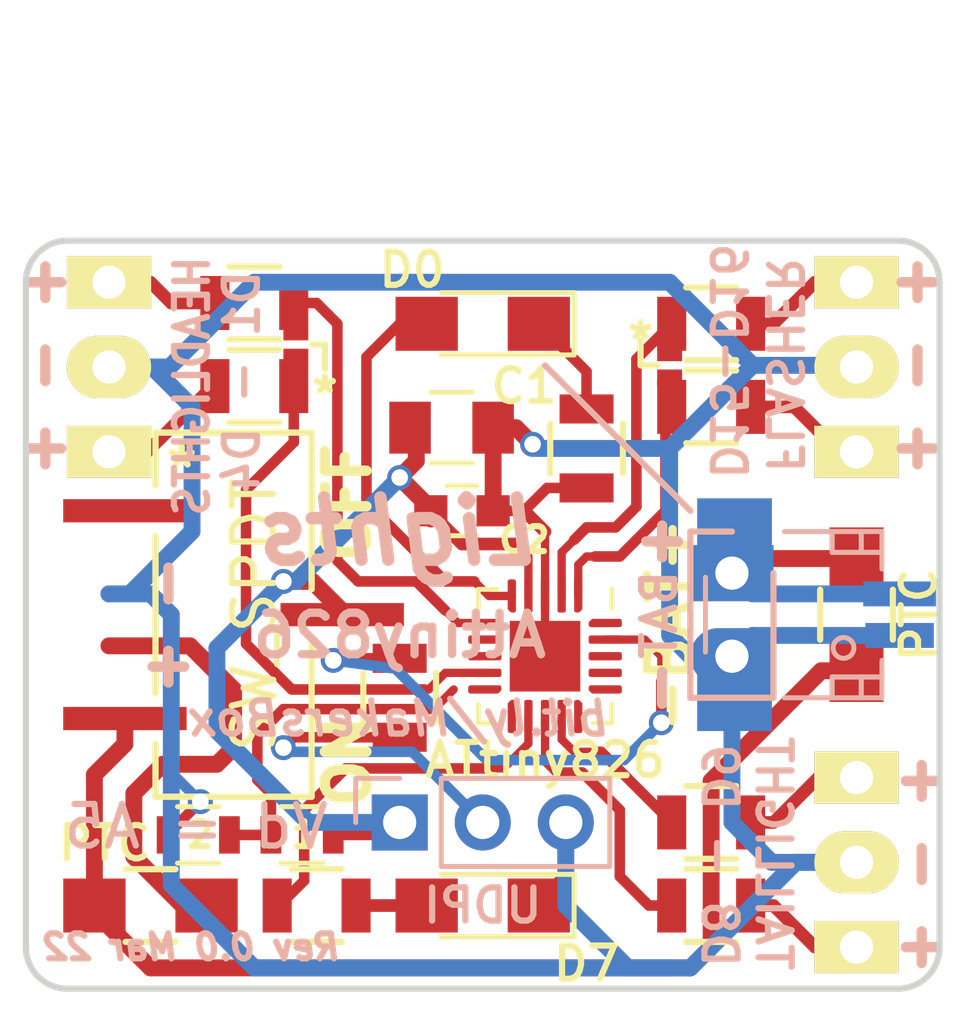
<source format=kicad_pcb>
(kicad_pcb (version 20171130) (host pcbnew "(5.1.10)-1")

  (general
    (thickness 1.6)
    (drawings 63)
    (tracks 223)
    (zones 0)
    (modules 27)
    (nets 25)
  )

  (page A)
  (title_block
    (title "Lights ATtiny826")
    (date 2022-03-18)
    (rev 0.0)
    (company www.MakersBox.us)
    (comment 1 648.ken@gmail.com)
  )

  (layers
    (0 F.Cu signal)
    (31 B.Cu signal)
    (32 B.Adhes user)
    (33 F.Adhes user)
    (34 B.Paste user)
    (35 F.Paste user)
    (36 B.SilkS user)
    (37 F.SilkS user)
    (38 B.Mask user)
    (39 F.Mask user)
    (40 Dwgs.User user)
    (41 Cmts.User user)
    (42 Eco1.User user)
    (43 Eco2.User user hide)
    (44 Edge.Cuts user)
    (45 Margin user)
    (46 B.CrtYd user)
    (47 F.CrtYd user)
    (48 B.Fab user)
    (49 F.Fab user)
  )

  (setup
    (last_trace_width 0.2)
    (user_trace_width 0.254)
    (user_trace_width 0.3048)
    (user_trace_width 0.4064)
    (user_trace_width 0.6096)
    (trace_clearance 0.2)
    (zone_clearance 0.508)
    (zone_45_only no)
    (trace_min 0.2)
    (via_size 0.6)
    (via_drill 0.4)
    (via_min_size 0.4)
    (via_min_drill 0.3)
    (uvia_size 0.3)
    (uvia_drill 0.1)
    (uvias_allowed no)
    (uvia_min_size 0.2)
    (uvia_min_drill 0.1)
    (edge_width 0.15)
    (segment_width 0.2)
    (pcb_text_width 0.3)
    (pcb_text_size 1.5 1.5)
    (mod_edge_width 0.15)
    (mod_text_size 1 1)
    (mod_text_width 0.15)
    (pad_size 0.8 0.2)
    (pad_drill 0)
    (pad_to_mask_clearance 0)
    (aux_axis_origin 0 0)
    (visible_elements 7FFFFFFF)
    (pcbplotparams
      (layerselection 0x00030_80000001)
      (usegerberextensions false)
      (usegerberattributes true)
      (usegerberadvancedattributes true)
      (creategerberjobfile true)
      (excludeedgelayer true)
      (linewidth 0.100000)
      (plotframeref false)
      (viasonmask false)
      (mode 1)
      (useauxorigin false)
      (hpglpennumber 1)
      (hpglpenspeed 20)
      (hpglpendiameter 15.000000)
      (psnegative false)
      (psa4output false)
      (plotreference true)
      (plotvalue true)
      (plotinvisibletext false)
      (padsonsilk false)
      (subtractmaskfromsilk false)
      (outputformat 1)
      (mirror false)
      (drillshape 0)
      (scaleselection 1)
      (outputdirectory ""))
  )

  (net 0 "")
  (net 1 GND)
  (net 2 "Net-(J6-Pad1)")
  (net 3 VCC)
  (net 4 /D1)
  (net 5 "Net-(J6-Pad3)")
  (net 6 "Net-(F1-Pad1)")
  (net 7 "Net-(F1-Pad2)")
  (net 8 "Net-(F2-Pad1)")
  (net 9 "Net-(J5-Pad1)")
  (net 10 "Net-(J5-Pad3)")
  (net 11 "Net-(J7-Pad1)")
  (net 12 "Net-(J7-Pad3)")
  (net 13 /UPDI)
  (net 14 /D9)
  (net 15 /D16)
  (net 16 /D7)
  (net 17 /D8)
  (net 18 /D15)
  (net 19 /D0)
  (net 20 "Net-(J4-Pad2)")
  (net 21 "Net-(D0-Pad1)")
  (net 22 "Net-(D7-Pad2)")
  (net 23 /D4)
  (net 24 /A5)

  (net_class Default "This is the default net class."
    (clearance 0.2)
    (trace_width 0.2)
    (via_dia 0.6)
    (via_drill 0.4)
    (uvia_dia 0.3)
    (uvia_drill 0.1)
    (add_net /A5)
    (add_net /D0)
    (add_net /D1)
    (add_net /D15)
    (add_net /D16)
    (add_net /D4)
    (add_net /D7)
    (add_net /D8)
    (add_net /D9)
    (add_net /UPDI)
    (add_net GND)
    (add_net "Net-(D0-Pad1)")
    (add_net "Net-(D7-Pad2)")
    (add_net "Net-(F1-Pad1)")
    (add_net "Net-(F1-Pad2)")
    (add_net "Net-(F2-Pad1)")
    (add_net "Net-(J4-Pad2)")
    (add_net "Net-(J5-Pad1)")
    (add_net "Net-(J5-Pad3)")
    (add_net "Net-(J6-Pad1)")
    (add_net "Net-(J6-Pad3)")
    (add_net "Net-(J7-Pad1)")
    (add_net "Net-(J7-Pad3)")
    (add_net VCC)
  )

  (module footprints:R_0805 (layer F.Cu) (tedit 60346C83) (tstamp 62354465)
    (at 133.5 85.5 180)
    (descr "Resistor SMD 0805, reflow soldering, Vishay (see dcrcw.pdf)")
    (tags "resistor 0805")
    (path /5EA72640)
    (attr smd)
    (fp_text reference R11 (at 0 -2.1 180) (layer F.Fab)
      (effects (font (size 1 1) (thickness 0.15)))
    )
    (fp_text value 100 (at 0 2.1 180) (layer F.Fab)
      (effects (font (size 0.8 0.8) (thickness 0.15)))
    )
    (fp_line (start -0.6 -0.875) (end 0.6 -0.875) (layer F.SilkS) (width 0.15))
    (fp_line (start 0.6 0.875) (end -0.6 0.875) (layer F.SilkS) (width 0.15))
    (fp_line (start 1.6 -1) (end 1.6 1) (layer F.CrtYd) (width 0.05))
    (fp_line (start -1.6 -1) (end -1.6 1) (layer F.CrtYd) (width 0.05))
    (fp_line (start -1.6 1) (end 1.6 1) (layer F.CrtYd) (width 0.05))
    (fp_line (start -1.6 -1) (end 1.6 -1) (layer F.CrtYd) (width 0.05))
    (pad 2 smd rect (at 0.95 0 180) (size 0.7 1.3) (layers F.Cu F.Paste F.Mask)
      (net 9 "Net-(J5-Pad1)"))
    (pad 1 smd rect (at -0.95 0 180) (size 0.7 1.3) (layers F.Cu F.Paste F.Mask)
      (net 4 /D1))
    (model Resistors_SMD.3dshapes/R_0805.wrl
      (at (xyz 0 0 0))
      (scale (xyz 1 1 1))
      (rotate (xyz 0 0 0))
    )
  )

  (module footprints:R_0805 (layer F.Cu) (tedit 60346C83) (tstamp 6236495B)
    (at 133.5 87.5 180)
    (descr "Resistor SMD 0805, reflow soldering, Vishay (see dcrcw.pdf)")
    (tags "resistor 0805")
    (path /5EA726D2)
    (attr smd)
    (fp_text reference R3 (at 0 -2.1 180) (layer F.Fab)
      (effects (font (size 1 1) (thickness 0.15)))
    )
    (fp_text value * (at -1.7 -0.2 180) (layer F.SilkS)
      (effects (font (size 0.8 0.8) (thickness 0.15)))
    )
    (fp_line (start -0.6 -0.875) (end 0.6 -0.875) (layer F.SilkS) (width 0.15))
    (fp_line (start 0.6 0.875) (end -0.6 0.875) (layer F.SilkS) (width 0.15))
    (fp_line (start 1.6 -1) (end 1.6 1) (layer F.CrtYd) (width 0.05))
    (fp_line (start -1.6 -1) (end -1.6 1) (layer F.CrtYd) (width 0.05))
    (fp_line (start -1.6 1) (end 1.6 1) (layer F.CrtYd) (width 0.05))
    (fp_line (start -1.6 -1) (end 1.6 -1) (layer F.CrtYd) (width 0.05))
    (pad 2 smd rect (at 0.95 0 180) (size 0.7 1.3) (layers F.Cu F.Paste F.Mask)
      (net 10 "Net-(J5-Pad3)"))
    (pad 1 smd rect (at -0.95 0 180) (size 0.7 1.3) (layers F.Cu F.Paste F.Mask)
      (net 23 /D4))
    (model Resistors_SMD.3dshapes/R_0805.wrl
      (at (xyz 0 0 0))
      (scale (xyz 1 1 1))
      (rotate (xyz 0 0 0))
    )
  )

  (module footprints:R_0805 (layer F.Cu) (tedit 60346C83) (tstamp 6235447B)
    (at 144.5 100)
    (descr "Resistor SMD 0805, reflow soldering, Vishay (see dcrcw.pdf)")
    (tags "resistor 0805")
    (path /5EA72763)
    (attr smd)
    (fp_text reference R4 (at 0 -2.1) (layer F.Fab)
      (effects (font (size 1 1) (thickness 0.15)))
    )
    (fp_text value 100 (at 0 2.1) (layer F.Fab)
      (effects (font (size 0.8 0.8) (thickness 0.15)))
    )
    (fp_line (start -0.6 -0.875) (end 0.6 -0.875) (layer F.SilkS) (width 0.15))
    (fp_line (start 0.6 0.875) (end -0.6 0.875) (layer F.SilkS) (width 0.15))
    (fp_line (start 1.6 -1) (end 1.6 1) (layer F.CrtYd) (width 0.05))
    (fp_line (start -1.6 -1) (end -1.6 1) (layer F.CrtYd) (width 0.05))
    (fp_line (start -1.6 1) (end 1.6 1) (layer F.CrtYd) (width 0.05))
    (fp_line (start -1.6 -1) (end 1.6 -1) (layer F.CrtYd) (width 0.05))
    (pad 2 smd rect (at 0.95 0) (size 0.7 1.3) (layers F.Cu F.Paste F.Mask)
      (net 2 "Net-(J6-Pad1)"))
    (pad 1 smd rect (at -0.95 0) (size 0.7 1.3) (layers F.Cu F.Paste F.Mask)
      (net 17 /D8))
    (model Resistors_SMD.3dshapes/R_0805.wrl
      (at (xyz 0 0 0))
      (scale (xyz 1 1 1))
      (rotate (xyz 0 0 0))
    )
  )

  (module footprints:R_0805 (layer F.Cu) (tedit 60346C83) (tstamp 62354486)
    (at 144.5 98)
    (descr "Resistor SMD 0805, reflow soldering, Vishay (see dcrcw.pdf)")
    (tags "resistor 0805")
    (path /5EA727AD)
    (attr smd)
    (fp_text reference R5 (at 0 -2.1) (layer F.Fab)
      (effects (font (size 1 1) (thickness 0.15)))
    )
    (fp_text value 100 (at 0 2.1) (layer F.Fab)
      (effects (font (size 0.8 0.8) (thickness 0.15)))
    )
    (fp_line (start -0.6 -0.875) (end 0.6 -0.875) (layer F.SilkS) (width 0.15))
    (fp_line (start 0.6 0.875) (end -0.6 0.875) (layer F.SilkS) (width 0.15))
    (fp_line (start 1.6 -1) (end 1.6 1) (layer F.CrtYd) (width 0.05))
    (fp_line (start -1.6 -1) (end -1.6 1) (layer F.CrtYd) (width 0.05))
    (fp_line (start -1.6 1) (end 1.6 1) (layer F.CrtYd) (width 0.05))
    (fp_line (start -1.6 -1) (end 1.6 -1) (layer F.CrtYd) (width 0.05))
    (pad 2 smd rect (at 0.95 0) (size 0.7 1.3) (layers F.Cu F.Paste F.Mask)
      (net 5 "Net-(J6-Pad3)"))
    (pad 1 smd rect (at -0.95 0) (size 0.7 1.3) (layers F.Cu F.Paste F.Mask)
      (net 14 /D9))
    (model Resistors_SMD.3dshapes/R_0805.wrl
      (at (xyz 0 0 0))
      (scale (xyz 1 1 1))
      (rotate (xyz 0 0 0))
    )
  )

  (module footprints:R_0805 (layer F.Cu) (tedit 60346C83) (tstamp 62354491)
    (at 144.5 86)
    (descr "Resistor SMD 0805, reflow soldering, Vishay (see dcrcw.pdf)")
    (tags "resistor 0805")
    (path /6033C136)
    (attr smd)
    (fp_text reference R6 (at 0.2 -2.2) (layer F.Fab)
      (effects (font (size 1 1) (thickness 0.15)))
    )
    (fp_text value * (at -1.7 0.4) (layer F.SilkS)
      (effects (font (size 0.8 0.8) (thickness 0.15)))
    )
    (fp_line (start -0.6 -0.875) (end 0.6 -0.875) (layer F.SilkS) (width 0.15))
    (fp_line (start 0.6 0.875) (end -0.6 0.875) (layer F.SilkS) (width 0.15))
    (fp_line (start 1.6 -1) (end 1.6 1) (layer F.CrtYd) (width 0.05))
    (fp_line (start -1.6 -1) (end -1.6 1) (layer F.CrtYd) (width 0.05))
    (fp_line (start -1.6 1) (end 1.6 1) (layer F.CrtYd) (width 0.05))
    (fp_line (start -1.6 -1) (end 1.6 -1) (layer F.CrtYd) (width 0.05))
    (pad 2 smd rect (at 0.95 0) (size 0.7 1.3) (layers F.Cu F.Paste F.Mask)
      (net 11 "Net-(J7-Pad1)"))
    (pad 1 smd rect (at -0.95 0) (size 0.7 1.3) (layers F.Cu F.Paste F.Mask)
      (net 15 /D16))
    (model Resistors_SMD.3dshapes/R_0805.wrl
      (at (xyz 0 0 0))
      (scale (xyz 1 1 1))
      (rotate (xyz 0 0 0))
    )
  )

  (module footprints:R_0805 (layer F.Cu) (tedit 60346C83) (tstamp 6235449C)
    (at 144.5 88)
    (descr "Resistor SMD 0805, reflow soldering, Vishay (see dcrcw.pdf)")
    (tags "resistor 0805")
    (path /6033C13C)
    (attr smd)
    (fp_text reference R7 (at 0 -2.1) (layer F.Fab)
      (effects (font (size 1 1) (thickness 0.15)))
    )
    (fp_text value 100 (at 0 2.1) (layer F.Fab)
      (effects (font (size 0.8 0.8) (thickness 0.15)))
    )
    (fp_line (start -0.6 -0.875) (end 0.6 -0.875) (layer F.SilkS) (width 0.15))
    (fp_line (start 0.6 0.875) (end -0.6 0.875) (layer F.SilkS) (width 0.15))
    (fp_line (start 1.6 -1) (end 1.6 1) (layer F.CrtYd) (width 0.05))
    (fp_line (start -1.6 -1) (end -1.6 1) (layer F.CrtYd) (width 0.05))
    (fp_line (start -1.6 1) (end 1.6 1) (layer F.CrtYd) (width 0.05))
    (fp_line (start -1.6 -1) (end 1.6 -1) (layer F.CrtYd) (width 0.05))
    (pad 2 smd rect (at 0.95 0) (size 0.7 1.3) (layers F.Cu F.Paste F.Mask)
      (net 12 "Net-(J7-Pad3)"))
    (pad 1 smd rect (at -0.95 0) (size 0.7 1.3) (layers F.Cu F.Paste F.Mask)
      (net 18 /D15))
    (model Resistors_SMD.3dshapes/R_0805.wrl
      (at (xyz 0 0 0))
      (scale (xyz 1 1 1))
      (rotate (xyz 0 0 0))
    )
  )

  (module footprints:R_0805 (layer F.Cu) (tedit 60346C83) (tstamp 623544A7)
    (at 141.5 89 270)
    (descr "Resistor SMD 0805, reflow soldering, Vishay (see dcrcw.pdf)")
    (tags "resistor 0805")
    (path /6033C142)
    (attr smd)
    (fp_text reference R8 (at 0 -2.1 90) (layer F.Fab)
      (effects (font (size 1 1) (thickness 0.15)))
    )
    (fp_text value 100 (at 0 2.1 90) (layer F.Fab)
      (effects (font (size 0.8 0.8) (thickness 0.15)))
    )
    (fp_line (start -0.6 -0.875) (end 0.6 -0.875) (layer F.SilkS) (width 0.15))
    (fp_line (start 0.6 0.875) (end -0.6 0.875) (layer F.SilkS) (width 0.15))
    (fp_line (start 1.6 -1) (end 1.6 1) (layer F.CrtYd) (width 0.05))
    (fp_line (start -1.6 -1) (end -1.6 1) (layer F.CrtYd) (width 0.05))
    (fp_line (start -1.6 1) (end 1.6 1) (layer F.CrtYd) (width 0.05))
    (fp_line (start -1.6 -1) (end 1.6 -1) (layer F.CrtYd) (width 0.05))
    (pad 2 smd rect (at 0.95 0 270) (size 0.7 1.3) (layers F.Cu F.Paste F.Mask)
      (net 1 GND))
    (pad 1 smd rect (at -0.95 0 270) (size 0.7 1.3) (layers F.Cu F.Paste F.Mask)
      (net 21 "Net-(D0-Pad1)"))
    (model Resistors_SMD.3dshapes/R_0805.wrl
      (at (xyz 0 0 0))
      (scale (xyz 1 1 1))
      (rotate (xyz 0 0 0))
    )
  )

  (module footprints:R_0805 (layer F.Cu) (tedit 60346C83) (tstamp 62363E2F)
    (at 135 100)
    (descr "Resistor SMD 0805, reflow soldering, Vishay (see dcrcw.pdf)")
    (tags "resistor 0805")
    (path /6033C148)
    (attr smd)
    (fp_text reference R9 (at 0 -2.1 -180) (layer F.Fab)
      (effects (font (size 1 1) (thickness 0.15)))
    )
    (fp_text value 100 (at 0 2.1 -180) (layer F.Fab)
      (effects (font (size 0.8 0.8) (thickness 0.15)))
    )
    (fp_line (start -0.6 -0.875) (end 0.6 -0.875) (layer F.SilkS) (width 0.15))
    (fp_line (start 0.6 0.875) (end -0.6 0.875) (layer F.SilkS) (width 0.15))
    (fp_line (start 1.6 -1) (end 1.6 1) (layer F.CrtYd) (width 0.05))
    (fp_line (start -1.6 -1) (end -1.6 1) (layer F.CrtYd) (width 0.05))
    (fp_line (start -1.6 1) (end 1.6 1) (layer F.CrtYd) (width 0.05))
    (fp_line (start -1.6 -1) (end 1.6 -1) (layer F.CrtYd) (width 0.05))
    (pad 2 smd rect (at 0.95 0) (size 0.7 1.3) (layers F.Cu F.Paste F.Mask)
      (net 22 "Net-(D7-Pad2)"))
    (pad 1 smd rect (at -0.95 0) (size 0.7 1.3) (layers F.Cu F.Paste F.Mask)
      (net 16 /D7))
    (model Resistors_SMD.3dshapes/R_0805.wrl
      (at (xyz 0 0 0))
      (scale (xyz 1 1 1))
      (rotate (xyz 0 0 0))
    )
  )

  (module footprints:R_0805 (layer F.Cu) (tedit 60346C83) (tstamp 62355D6D)
    (at 137 95 270)
    (descr "Resistor SMD 0805, reflow soldering, Vishay (see dcrcw.pdf)")
    (tags "resistor 0805")
    (path /5B44E5C9)
    (attr smd)
    (fp_text reference R10 (at 0 -2.1 270) (layer F.Fab)
      (effects (font (size 1 1) (thickness 0.15)))
    )
    (fp_text value 100 (at 0 2.1 270) (layer F.Fab)
      (effects (font (size 0.8 0.8) (thickness 0.15)))
    )
    (fp_line (start -0.6 -0.875) (end 0.6 -0.875) (layer F.SilkS) (width 0.15))
    (fp_line (start 0.6 0.875) (end -0.6 0.875) (layer F.SilkS) (width 0.15))
    (fp_line (start 1.6 -1) (end 1.6 1) (layer F.CrtYd) (width 0.05))
    (fp_line (start -1.6 -1) (end -1.6 1) (layer F.CrtYd) (width 0.05))
    (fp_line (start -1.6 1) (end 1.6 1) (layer F.CrtYd) (width 0.05))
    (fp_line (start -1.6 -1) (end 1.6 -1) (layer F.CrtYd) (width 0.05))
    (pad 2 smd rect (at 0.95 0 270) (size 0.7 1.3) (layers F.Cu F.Paste F.Mask)
      (net 20 "Net-(J4-Pad2)"))
    (pad 1 smd rect (at -0.95 0 270) (size 0.7 1.3) (layers F.Cu F.Paste F.Mask)
      (net 13 /UPDI))
    (model Resistors_SMD.3dshapes/R_0805.wrl
      (at (xyz 0 0 0))
      (scale (xyz 1 1 1))
      (rotate (xyz 0 0 0))
    )
  )

  (module footprints:PIN_HEADER_LED (layer B.Cu) (tedit 6234EFD3) (tstamp 60357F5B)
    (at 145 92 180)
    (descr "Through hole straight pin header, 1x02, 2.00mm pitch, single row")
    (tags "Through hole pin header THT 1x02 2.00mm single row")
    (path /60347008)
    (fp_text reference J2 (at 0 2.06 180) (layer B.SilkS) hide
      (effects (font (size 1 1) (thickness 0.15)) (justify mirror))
    )
    (fp_text value BAT (at 1.75 -1 270) (layer B.SilkS)
      (effects (font (size 0.8 0.8) (thickness 0.15)) (justify mirror))
    )
    (fp_line (start 1.5 1.5) (end -1.5 1.5) (layer B.CrtYd) (width 0.05))
    (fp_line (start 1.5 -3.5) (end 1.5 1.5) (layer B.CrtYd) (width 0.05))
    (fp_line (start -1.5 -3.5) (end 1.5 -3.5) (layer B.CrtYd) (width 0.05))
    (fp_line (start -1.5 1.5) (end -1.5 -3.5) (layer B.CrtYd) (width 0.05))
    (fp_line (start -1 0.5) (end -0.5 1) (layer B.Fab) (width 0.1))
    (fp_line (start -1 -3) (end -1 0.5) (layer B.Fab) (width 0.1))
    (fp_line (start 1 -3) (end -1 -3) (layer B.Fab) (width 0.1))
    (fp_line (start 1 1) (end 1 -3) (layer B.Fab) (width 0.1))
    (fp_line (start -0.5 1) (end 1 1) (layer B.Fab) (width 0.1))
    (fp_line (start 1 1) (end 0 1) (layer B.SilkS) (width 0.15))
    (fp_line (start 1 -3) (end 1 1) (layer B.SilkS) (width 0.15))
    (fp_line (start -1 -3) (end 1 -3) (layer B.SilkS) (width 0.15))
    (fp_line (start -1 0) (end -1 -3) (layer B.SilkS) (width 0.15))
    (fp_text user %R (at 0 -1 90) (layer B.Fab)
      (effects (font (size 1 1) (thickness 0.15)) (justify mirror))
    )
    (pad 1 thru_hole rect (at 0 0 180) (size 2 1.35) (drill 0.8) (layers *.Cu *.Mask)
      (net 8 "Net-(F2-Pad1)"))
    (pad 2 thru_hole oval (at 0 -2 180) (size 2 1.35) (drill 0.8) (layers *.Cu *.Mask)
      (net 1 GND))
    (model ${KISYS3DMOD}/Pin_Headers.3dshapes/Pin_Header_Straight_1x02_Pitch2.00mm.wrl
      (at (xyz 0 0 0))
      (scale (xyz 1 1 1))
      (rotate (xyz 0 0 0))
    )
  )

  (module footprints:JST_SH_SM02B_hand_solder (layer B.Cu) (tedit 6041D3AA) (tstamp 60425510)
    (at 147 93 90)
    (descr http://www.jst-mfg.com/product/pdf/eng/eSH.pdf)
    (tags "connector jst sh")
    (path /6041C3A6)
    (attr smd)
    (fp_text reference J1 (at -0.5 4 90) (layer B.SilkS) hide
      (effects (font (size 1 1) (thickness 0.15)) (justify mirror))
    )
    (fp_text value JST-SH (at 0 -4.5 90) (layer B.Fab)
      (effects (font (size 1 1) (thickness 0.15)) (justify mirror))
    )
    (fp_line (start 2.9 -3.35) (end -2.9 -3.35) (layer B.CrtYd) (width 0.05))
    (fp_line (start 2.9 3.25) (end 2.9 -3.35) (layer B.CrtYd) (width 0.05))
    (fp_line (start -2.9 3.25) (end 2.9 3.25) (layer B.CrtYd) (width 0.05))
    (fp_line (start -2.9 -3.35) (end -2.9 3.25) (layer B.CrtYd) (width 0.05))
    (fp_line (start 2 0.4125) (end 1.5 0.4125) (layer B.SilkS) (width 0.12))
    (fp_line (start 2 0.4125) (end 2 0.4125) (layer B.SilkS) (width 0.12))
    (fp_line (start 1.5 0.4125) (end 2 0.4125) (layer B.SilkS) (width 0.12))
    (fp_line (start 1.5 0.4125) (end 1.5 0.4125) (layer B.SilkS) (width 0.12))
    (fp_line (start 2 1.1125) (end 1.5 1.1125) (layer B.SilkS) (width 0.12))
    (fp_line (start 2 1.1125) (end 2 1.1125) (layer B.SilkS) (width 0.12))
    (fp_line (start 1.5 1.1125) (end 2 1.1125) (layer B.SilkS) (width 0.12))
    (fp_line (start 1.5 1.1125) (end 1.5 1.1125) (layer B.SilkS) (width 0.12))
    (fp_line (start 1.5 1.6125) (end 1.5 1.6125) (layer B.SilkS) (width 0.12))
    (fp_line (start 1.5 0.4125) (end 1.5 1.6125) (layer B.SilkS) (width 0.12))
    (fp_line (start 1.5 0.4125) (end 1.5 0.4125) (layer B.SilkS) (width 0.12))
    (fp_line (start 1.5 1.6125) (end 1.5 0.4125) (layer B.SilkS) (width 0.12))
    (fp_line (start 2 1.6125) (end 1.1 1.6125) (layer B.SilkS) (width 0.12))
    (fp_line (start 2 -0.7375) (end 2 1.6125) (layer B.SilkS) (width 0.12))
    (fp_line (start -2 0.4125) (end -1.5 0.4125) (layer B.SilkS) (width 0.12))
    (fp_line (start -2 0.4125) (end -2 0.4125) (layer B.SilkS) (width 0.12))
    (fp_line (start -1.5 0.4125) (end -2 0.4125) (layer B.SilkS) (width 0.12))
    (fp_line (start -1.5 0.4125) (end -1.5 0.4125) (layer B.SilkS) (width 0.12))
    (fp_line (start -2 1.1125) (end -1.5 1.1125) (layer B.SilkS) (width 0.12))
    (fp_line (start -2 1.1125) (end -2 1.1125) (layer B.SilkS) (width 0.12))
    (fp_line (start -1.5 1.1125) (end -2 1.1125) (layer B.SilkS) (width 0.12))
    (fp_line (start -1.5 1.1125) (end -1.5 1.1125) (layer B.SilkS) (width 0.12))
    (fp_line (start -1.5 1.6125) (end -1.5 1.6125) (layer B.SilkS) (width 0.12))
    (fp_line (start -1.5 0.4125) (end -1.5 1.6125) (layer B.SilkS) (width 0.12))
    (fp_line (start -1.5 0.4125) (end -1.5 0.4125) (layer B.SilkS) (width 0.12))
    (fp_line (start -1.5 1.6125) (end -1.5 0.4125) (layer B.SilkS) (width 0.12))
    (fp_line (start -2 1.6125) (end -1.1 1.6125) (layer B.SilkS) (width 0.12))
    (fp_line (start -2 -0.7375) (end -2 1.6125) (layer B.SilkS) (width 0.12))
    (fp_line (start -0.9 -2.6375) (end 0.9 -2.6375) (layer B.SilkS) (width 0.12))
    (fp_circle (center -0.8 0.6875) (end -0.55 0.6875) (layer B.SilkS) (width 0.12))
    (pad 1 smd rect (at -0.5 2.0375 90) (size 0.6 1.65) (layers B.Cu B.Paste B.Mask)
      (net 1 GND))
    (pad 2 smd rect (at 0.5 2.0375 90) (size 0.6 1.75) (layers B.Cu B.Paste B.Mask)
      (net 8 "Net-(F2-Pad1)"))
    (pad 1 smd rect (at -2 -1.9375 90) (size 1.6 1.8) (layers B.Cu B.Paste B.Mask)
      (net 1 GND))
    (pad 2 smd rect (at 2 -1.9375 90) (size 1.6 1.8) (layers B.Cu B.Paste B.Mask)
      (net 8 "Net-(F2-Pad1)"))
  )

  (module footprints:JS102011SCQN (layer F.Cu) (tedit 6041C156) (tstamp 60333A88)
    (at 133 93)
    (path /5B9534D5)
    (fp_text reference SW1 (at 0 0) (layer F.SilkS) hide
      (effects (font (size 1 1) (thickness 0.15)))
    )
    (fp_text value SW_SPDT (at 0.5 0 270) (layer F.SilkS)
      (effects (font (size 1 1) (thickness 0.15)))
    )
    (fp_line (start 2.0066 4.5085) (end -2.0066 4.5085) (layer F.CrtYd) (width 0.1524))
    (fp_line (start 2.0066 3.008) (end 2.0066 4.5085) (layer F.CrtYd) (width 0.1524))
    (fp_line (start 4.2545 3.008) (end 2.0066 3.008) (layer F.CrtYd) (width 0.1524))
    (fp_line (start 4.2545 -3.008) (end 4.2545 3.008) (layer F.CrtYd) (width 0.1524))
    (fp_line (start 2.0066 -3.008) (end 4.2545 -3.008) (layer F.CrtYd) (width 0.1524))
    (fp_line (start 2.0066 -4.5085) (end 2.0066 -3.008) (layer F.CrtYd) (width 0.1524))
    (fp_line (start -2.0066 -4.5085) (end 2.0066 -4.5085) (layer F.CrtYd) (width 0.1524))
    (fp_line (start -2.0066 -3.008) (end -2.0066 -4.5085) (layer F.CrtYd) (width 0.1524))
    (fp_line (start -4.2545 -3.008) (end -2.0066 -3.008) (layer F.CrtYd) (width 0.1524))
    (fp_line (start -4.2545 3.008) (end -4.2545 -3.008) (layer F.CrtYd) (width 0.1524))
    (fp_line (start -2.0066 3.008) (end -4.2545 3.008) (layer F.CrtYd) (width 0.1524))
    (fp_line (start -2.0066 4.5085) (end -2.0066 3.008) (layer F.CrtYd) (width 0.1524))
    (fp_line (start 1.8796 -0.61214) (end 1.8796 -4.3815) (layer F.SilkS) (width 0.1524))
    (fp_line (start -1.8796 3.11214) (end -1.8796 4.3815) (layer F.SilkS) (width 0.1524))
    (fp_line (start -1.8796 -1.88786) (end -1.8796 1.88786) (layer F.SilkS) (width 0.1524))
    (fp_line (start -1.7526 -4.2545) (end -1.7526 4.2545) (layer F.Fab) (width 0.1524))
    (fp_line (start 1.7526 -4.2545) (end -1.7526 -4.2545) (layer F.Fab) (width 0.1524))
    (fp_line (start 1.7526 4.2545) (end 1.7526 -4.2545) (layer F.Fab) (width 0.1524))
    (fp_line (start -1.7526 4.2545) (end 1.7526 4.2545) (layer F.Fab) (width 0.1524))
    (fp_line (start -1.8796 -4.3815) (end -1.8796 -3.11214) (layer F.SilkS) (width 0.1524))
    (fp_line (start 1.8796 -4.3815) (end -1.8796 -4.3815) (layer F.SilkS) (width 0.1524))
    (fp_line (start 1.8796 4.3815) (end 1.8796 0.61214) (layer F.SilkS) (width 0.1524))
    (fp_line (start -1.8796 4.3815) (end 1.8796 4.3815) (layer F.SilkS) (width 0.1524))
    (fp_line (start 0.8001 0.8001) (end -0.8001 0.8001) (layer F.Fab) (width 0.1524))
    (fp_line (start 0.8001 -0.8001) (end 0.8001 0.8001) (layer F.Fab) (width 0.1524))
    (fp_line (start -0.8001 -0.8001) (end 0.8001 -0.8001) (layer F.Fab) (width 0.1524))
    (fp_line (start -0.8001 0.8001) (end -0.8001 -0.8001) (layer F.Fab) (width 0.1524))
    (fp_line (start 3.7465 -0.254) (end 1.7526 -0.254) (layer F.Fab) (width 0.1524))
    (fp_line (start 3.7465 0.254) (end 3.7465 -0.254) (layer F.Fab) (width 0.1524))
    (fp_line (start 1.7526 0.254) (end 3.7465 0.254) (layer F.Fab) (width 0.1524))
    (fp_line (start 1.7526 -0.254) (end 1.7526 0.254) (layer F.Fab) (width 0.1524))
    (fp_line (start -3.7465 2.754) (end -1.7526 2.754) (layer F.Fab) (width 0.1524))
    (fp_line (start -3.7465 2.246) (end -3.7465 2.754) (layer F.Fab) (width 0.1524))
    (fp_line (start -1.7526 2.246) (end -3.7465 2.246) (layer F.Fab) (width 0.1524))
    (fp_line (start -1.7526 2.754) (end -1.7526 2.246) (layer F.Fab) (width 0.1524))
    (fp_line (start -3.7465 -2.246) (end -1.7526 -2.246) (layer F.Fab) (width 0.1524))
    (fp_line (start -3.7465 -2.754) (end -3.7465 -2.246) (layer F.Fab) (width 0.1524))
    (fp_line (start -1.7526 -2.754) (end -3.7465 -2.754) (layer F.Fab) (width 0.1524))
    (fp_line (start -1.7526 -2.246) (end -1.7526 -2.754) (layer F.Fab) (width 0.1524))
    (fp_text user "Copyright 2016 Accelerated Designs. All rights reserved." (at 0 0) (layer Cmts.User)
      (effects (font (size 0.127 0.127) (thickness 0.002)))
    )
    (fp_text user * (at -1.25 -3.5) (layer F.SilkS)
      (effects (font (size 1 1) (thickness 0.15)))
    )
    (fp_text user * (at -1.3716 -2.6778) (layer F.Fab)
      (effects (font (size 1 1) (thickness 0.15)))
    )
    (fp_text user * (at -1.3716 -2.6778) (layer F.Fab)
      (effects (font (size 1 1) (thickness 0.15)))
    )
    (fp_text user * (at -1.25 -3.5) (layer F.SilkS)
      (effects (font (size 1 1) (thickness 0.15)))
    )
    (fp_arc (start 0 -4.2545) (end 0.3048 -4.2545) (angle 180) (layer F.Fab) (width 0.1524))
    (pad 1 smd rect (at -2.6162 -2.5) (size 2.9718 0.5588) (layers F.Cu F.Paste F.Mask))
    (pad 3 smd rect (at -2.6162 2.5) (size 2.9718 0.5588) (layers F.Cu F.Paste F.Mask)
      (net 7 "Net-(F1-Pad2)"))
    (pad 2 smd rect (at 2.6162 0) (size 2.9718 0.5588) (layers F.Cu F.Paste F.Mask)
      (net 3 VCC))
  )

  (module footprints:Pin_Header_THD_1x03 (layer F.Cu) (tedit 6234CA62) (tstamp 6034B440)
    (at 148 101 180)
    (descr "Through hole pin header")
    (tags "pin header")
    (path /6034517D)
    (fp_text reference J6 (at 0 -1 180) (layer F.Fab)
      (effects (font (size 1 1) (thickness 0.15)))
    )
    (fp_text value TL (at -3 0.5 270) (layer F.SilkS) hide
      (effects (font (size 1 1) (thickness 0.15)))
    )
    (fp_line (start -1.75 6.85) (end 1.75 6.85) (layer F.CrtYd) (width 0.05))
    (fp_line (start -1.75 -1.75) (end 1.75 -1.75) (layer F.CrtYd) (width 0.05))
    (fp_line (start 1.75 -1.75) (end 1.75 6.85) (layer F.CrtYd) (width 0.05))
    (fp_line (start -1.75 -1.75) (end -1.75 6.85) (layer F.CrtYd) (width 0.05))
    (pad 1 thru_hole rect (at 0 0 180) (size 2.032 1.25) (drill 0.8) (layers *.Cu *.Mask F.SilkS)
      (net 2 "Net-(J6-Pad1)"))
    (pad 2 thru_hole oval (at 0 2.04 180) (size 2.032 1.5) (drill 0.8) (layers *.Cu *.Mask F.SilkS)
      (net 1 GND))
    (pad 3 thru_hole rect (at 0 4.08 180) (size 2.032 1.25) (drill 0.8) (layers *.Cu *.Mask F.SilkS)
      (net 5 "Net-(J6-Pad3)"))
    (model Pin_Headers.3dshapes/Pin_Header_Straight_1x03.wrl
      (offset (xyz 0 -2.539999961853027 0))
      (scale (xyz 1 1 1))
      (rotate (xyz 0 0 90))
    )
  )

  (module footprints:Pin_Header_THD_1x03 (layer F.Cu) (tedit 6234CA6D) (tstamp 6034B435)
    (at 130 85)
    (descr "Through hole pin header")
    (tags "pin header")
    (path /6034473D)
    (fp_text reference J5 (at 0 -1) (layer F.Fab)
      (effects (font (size 1 1) (thickness 0.15)))
    )
    (fp_text value HL (at -3 1.5 270) (layer F.SilkS) hide
      (effects (font (size 1 1) (thickness 0.15)))
    )
    (fp_line (start -1.75 6.85) (end 1.75 6.85) (layer F.CrtYd) (width 0.05))
    (fp_line (start -1.75 -1.75) (end 1.75 -1.75) (layer F.CrtYd) (width 0.05))
    (fp_line (start 1.75 -1.75) (end 1.75 6.85) (layer F.CrtYd) (width 0.05))
    (fp_line (start -1.75 -1.75) (end -1.75 6.85) (layer F.CrtYd) (width 0.05))
    (pad 1 thru_hole rect (at 0 0) (size 2.032 1.25) (drill 0.8) (layers *.Cu *.Mask F.SilkS)
      (net 9 "Net-(J5-Pad1)"))
    (pad 2 thru_hole oval (at 0 2.04) (size 2.032 1.5) (drill 0.8) (layers *.Cu *.Mask F.SilkS)
      (net 1 GND))
    (pad 3 thru_hole rect (at 0 4.08) (size 2.032 1.25) (drill 0.8) (layers *.Cu *.Mask F.SilkS)
      (net 10 "Net-(J5-Pad3)"))
    (model Pin_Headers.3dshapes/Pin_Header_Straight_1x03.wrl
      (offset (xyz 0 -2.539999961853027 0))
      (scale (xyz 1 1 1))
      (rotate (xyz 0 0 90))
    )
  )

  (module footprints:R_0805_HandSoldering (layer F.Cu) (tedit 60426915) (tstamp 6042BFEF)
    (at 148 93 270)
    (descr "Resistor SMD 0805, hand soldering")
    (tags "resistor 0805")
    (path /604282C7)
    (attr smd)
    (fp_text reference F2 (at 0 -2.1 270) (layer F.SilkS) hide
      (effects (font (size 1 1) (thickness 0.15)))
    )
    (fp_text value PTC (at 0 -1.5 270) (layer F.SilkS)
      (effects (font (size 0.8 0.8) (thickness 0.15)))
    )
    (fp_line (start -0.6 -0.875) (end 0.6 -0.875) (layer F.SilkS) (width 0.15))
    (fp_line (start 0.6 0.875) (end -0.6 0.875) (layer F.SilkS) (width 0.15))
    (fp_line (start 2.4 -1) (end 2.4 1) (layer F.CrtYd) (width 0.05))
    (fp_line (start -2.4 -1) (end -2.4 1) (layer F.CrtYd) (width 0.05))
    (fp_line (start -2.4 1) (end 2.4 1) (layer F.CrtYd) (width 0.05))
    (fp_line (start -2.4 -1) (end 2.4 -1) (layer F.CrtYd) (width 0.05))
    (pad 1 smd rect (at -1.35 0 270) (size 1.5 1.3) (layers F.Cu F.Paste F.Mask)
      (net 8 "Net-(F2-Pad1)"))
    (pad 2 smd rect (at 1.35 0 270) (size 1.5 1.3) (layers F.Cu F.Paste F.Mask)
      (net 7 "Net-(F1-Pad2)"))
    (model Resistors_SMD.3dshapes/R_0805_HandSoldering.wrl
      (at (xyz 0 0 0))
      (scale (xyz 1 1 1))
      (rotate (xyz 0 0 0))
    )
  )

  (module footprints:R_0805_HandSoldering (layer F.Cu) (tedit 62351421) (tstamp 62363E7E)
    (at 131 100 180)
    (descr "Resistor SMD 0805, hand soldering")
    (tags "resistor 0805")
    (path /6042844A)
    (attr smd)
    (fp_text reference F1 (at 0 -2.1 180) (layer F.SilkS) hide
      (effects (font (size 1 1) (thickness 0.15)))
    )
    (fp_text value PTC (at 1.1 1.5 180) (layer F.SilkS)
      (effects (font (size 0.8 0.8) (thickness 0.15)))
    )
    (fp_line (start -0.6 -0.875) (end 0.6 -0.875) (layer F.SilkS) (width 0.15))
    (fp_line (start 0.6 0.875) (end -0.6 0.875) (layer F.SilkS) (width 0.15))
    (fp_line (start 2.4 -1) (end 2.4 1) (layer F.CrtYd) (width 0.05))
    (fp_line (start -2.4 -1) (end -2.4 1) (layer F.CrtYd) (width 0.05))
    (fp_line (start -2.4 1) (end 2.4 1) (layer F.CrtYd) (width 0.05))
    (fp_line (start -2.4 -1) (end 2.4 -1) (layer F.CrtYd) (width 0.05))
    (pad 1 smd rect (at -1.35 0 180) (size 1.5 1.3) (layers F.Cu F.Paste F.Mask)
      (net 6 "Net-(F1-Pad1)"))
    (pad 2 smd rect (at 1.35 0 180) (size 1.5 1.3) (layers F.Cu F.Paste F.Mask)
      (net 7 "Net-(F1-Pad2)"))
    (model Resistors_SMD.3dshapes/R_0805_HandSoldering.wrl
      (at (xyz 0 0 0))
      (scale (xyz 1 1 1))
      (rotate (xyz 0 0 0))
    )
  )

  (module footprints:C_0805 (layer F.Cu) (tedit 62351371) (tstamp 6234CF13)
    (at 138.25 88.5)
    (descr "Capacitor SMD 0805, reflow soldering, AVX (see smccp.pdf)")
    (tags "capacitor 0805")
    (path /5B3FF285)
    (attr smd)
    (fp_text reference C1 (at 1.75 -1) (layer F.SilkS)
      (effects (font (size 0.8 0.8) (thickness 0.15)))
    )
    (fp_text value 10uF (at 0 1.75) (layer F.Fab)
      (effects (font (size 1 1) (thickness 0.15)))
    )
    (fp_line (start -1 0.62) (end -1 -0.62) (layer F.Fab) (width 0.1))
    (fp_line (start 1 0.62) (end -1 0.62) (layer F.Fab) (width 0.1))
    (fp_line (start 1 -0.62) (end 1 0.62) (layer F.Fab) (width 0.1))
    (fp_line (start -1 -0.62) (end 1 -0.62) (layer F.Fab) (width 0.1))
    (fp_line (start 0.5 -0.85) (end -0.5 -0.85) (layer F.SilkS) (width 0.12))
    (fp_line (start -0.5 0.85) (end 0.5 0.85) (layer F.SilkS) (width 0.12))
    (fp_line (start -1.75 -0.88) (end 1.75 -0.88) (layer F.CrtYd) (width 0.05))
    (fp_line (start -1.75 -0.88) (end -1.75 0.87) (layer F.CrtYd) (width 0.05))
    (fp_line (start 1.75 0.87) (end 1.75 -0.88) (layer F.CrtYd) (width 0.05))
    (fp_line (start 1.75 0.87) (end -1.75 0.87) (layer F.CrtYd) (width 0.05))
    (fp_text user %R (at 0 -1.5) (layer F.Fab)
      (effects (font (size 1 1) (thickness 0.15)))
    )
    (pad 1 smd rect (at -1 0) (size 1 1.25) (layers F.Cu F.Paste F.Mask)
      (net 3 VCC))
    (pad 2 smd rect (at 1 0) (size 1 1.25) (layers F.Cu F.Paste F.Mask)
      (net 1 GND))
    (model Capacitors_SMD.3dshapes/C_0805.wrl
      (at (xyz 0 0 0))
      (scale (xyz 1 1 1))
      (rotate (xyz 0 0 0))
    )
  )

  (module footprints:C_0603 (layer F.Cu) (tedit 6234CA96) (tstamp 6234CF24)
    (at 138.5 90.5)
    (descr "Capacitor SMD 0603, reflow soldering, AVX (see smccp.pdf)")
    (tags "capacitor 0603")
    (path /5B3FF331)
    (attr smd)
    (fp_text reference C2 (at 1.5 0.7) (layer F.SilkS)
      (effects (font (size 0.6 0.6) (thickness 0.15)))
    )
    (fp_text value 0.1uF (at 0 1.5) (layer F.Fab)
      (effects (font (size 1 1) (thickness 0.15)))
    )
    (fp_line (start 1.4 0.65) (end -1.4 0.65) (layer F.CrtYd) (width 0.05))
    (fp_line (start 1.4 0.65) (end 1.4 -0.65) (layer F.CrtYd) (width 0.05))
    (fp_line (start -1.4 -0.65) (end -1.4 0.65) (layer F.CrtYd) (width 0.05))
    (fp_line (start -1.4 -0.65) (end 1.4 -0.65) (layer F.CrtYd) (width 0.05))
    (fp_line (start 0.35 0.6) (end -0.35 0.6) (layer F.SilkS) (width 0.12))
    (fp_line (start -0.35 -0.6) (end 0.35 -0.6) (layer F.SilkS) (width 0.12))
    (fp_line (start -0.8 -0.4) (end 0.8 -0.4) (layer F.Fab) (width 0.1))
    (fp_line (start 0.8 -0.4) (end 0.8 0.4) (layer F.Fab) (width 0.1))
    (fp_line (start 0.8 0.4) (end -0.8 0.4) (layer F.Fab) (width 0.1))
    (fp_line (start -0.8 0.4) (end -0.8 -0.4) (layer F.Fab) (width 0.1))
    (fp_text user %R (at 0 0) (layer F.Fab)
      (effects (font (size 0.3 0.3) (thickness 0.075)))
    )
    (pad 2 smd rect (at 0.75 0) (size 0.8 0.75) (layers F.Cu F.Paste F.Mask)
      (net 1 GND))
    (pad 1 smd rect (at -0.75 0) (size 0.8 0.75) (layers F.Cu F.Paste F.Mask)
      (net 3 VCC))
    (model Capacitors_SMD.3dshapes/C_0603.wrl
      (at (xyz 0 0 0))
      (scale (xyz 1 1 1))
      (rotate (xyz 0 0 0))
    )
  )

  (module Package_DFN_QFN:VQFN-20-1EP_3x3mm_P0.4mm_EP1.7x1.7mm (layer F.Cu) (tedit 6234EF2E) (tstamp 6234CF7B)
    (at 140.5 94 270)
    (descr "VQFN, 20 Pin (http://ww1.microchip.com/downloads/en/DeviceDoc/20%20Lead%20VQFN%203x3x0_9mm_1_7EP%20U2B%20C04-21496a.pdf), generated with kicad-footprint-generator ipc_noLead_generator.py")
    (tags "VQFN NoLead")
    (path /62315021)
    (attr smd)
    (fp_text reference U1 (at 2.5 -1) (layer F.SilkS) hide
      (effects (font (size 1 1) (thickness 0.15)))
    )
    (fp_text value ATtiny826 (at 2.5 0) (layer F.SilkS)
      (effects (font (size 0.8 0.8) (thickness 0.15)))
    )
    (fp_line (start 1.16 -1.61) (end 1.61 -1.61) (layer F.SilkS) (width 0.12))
    (fp_line (start 1.61 -1.61) (end 1.61 -1.16) (layer F.SilkS) (width 0.12))
    (fp_line (start -1.16 1.61) (end -1.61 1.61) (layer F.SilkS) (width 0.12))
    (fp_line (start -1.61 1.61) (end -1.61 1.16) (layer F.SilkS) (width 0.12))
    (fp_line (start 1.16 1.61) (end 1.61 1.61) (layer F.SilkS) (width 0.12))
    (fp_line (start 1.61 1.61) (end 1.61 1.16) (layer F.SilkS) (width 0.12))
    (fp_line (start -1.16 -1.61) (end -1.61 -1.61) (layer F.SilkS) (width 0.12))
    (fp_line (start -0.75 -1.5) (end 1.5 -1.5) (layer F.Fab) (width 0.1))
    (fp_line (start 1.5 -1.5) (end 1.5 1.5) (layer F.Fab) (width 0.1))
    (fp_line (start 1.5 1.5) (end -1.5 1.5) (layer F.Fab) (width 0.1))
    (fp_line (start -1.5 1.5) (end -1.5 -0.75) (layer F.Fab) (width 0.1))
    (fp_line (start -1.5 -0.75) (end -0.75 -1.5) (layer F.Fab) (width 0.1))
    (fp_line (start -2.1 -2.1) (end -2.1 2.1) (layer F.CrtYd) (width 0.05))
    (fp_line (start -2.1 2.1) (end 2.1 2.1) (layer F.CrtYd) (width 0.05))
    (fp_line (start 2.1 2.1) (end 2.1 -2.1) (layer F.CrtYd) (width 0.05))
    (fp_line (start 2.1 -2.1) (end -2.1 -2.1) (layer F.CrtYd) (width 0.05))
    (fp_text user %R (at 0 0 270) (layer F.Fab)
      (effects (font (size 0.75 0.75) (thickness 0.11)))
    )
    (pad 1 smd custom (at -1.45 -0.8 270) (size 0.143431 0.143431) (layers F.Cu F.Paste F.Mask)
      (net 18 /D15)
      (options (clearance outline) (anchor circle))
      (primitives
        (gr_poly (pts
           (xy -0.35 -0.05) (xy 0.299289 -0.05) (xy 0.35 0.000711) (xy 0.35 0.05) (xy -0.35 0.05)
) (width 0.1))
      ))
    (pad 2 smd roundrect (at -1.45 -0.4 270) (size 0.8 0.2) (layers F.Cu F.Paste F.Mask) (roundrect_rratio 0.25)
      (net 15 /D16))
    (pad 3 smd roundrect (at -1.45 0 270) (size 0.8 0.2) (layers F.Cu F.Paste F.Mask) (roundrect_rratio 0.25)
      (net 1 GND))
    (pad 4 smd roundrect (at -1.45 0.4 270) (size 0.8 0.2) (layers F.Cu F.Paste F.Mask) (roundrect_rratio 0.25)
      (net 3 VCC))
    (pad 5 smd custom (at -1.45 0.8 270) (size 0.143431 0.143431) (layers F.Cu F.Paste F.Mask)
      (net 19 /D0)
      (options (clearance outline) (anchor circle))
      (primitives
        (gr_poly (pts
           (xy -0.35 -0.05) (xy 0.35 -0.05) (xy 0.35 -0.000711) (xy 0.299289 0.05) (xy -0.35 0.05)
) (width 0.1))
      ))
    (pad 6 smd custom (at -0.8 1.45 270) (size 0.143431 0.143431) (layers F.Cu F.Paste F.Mask)
      (net 4 /D1)
      (options (clearance outline) (anchor circle))
      (primitives
        (gr_poly (pts
           (xy -0.05 -0.299289) (xy 0.000711 -0.35) (xy 0.05 -0.35) (xy 0.05 0.35) (xy -0.05 0.35)
) (width 0.1))
      ))
    (pad 7 smd roundrect (at -0.4 1.45 270) (size 0.2 0.8) (layers F.Cu F.Paste F.Mask) (roundrect_rratio 0.25))
    (pad 8 smd roundrect (at 0 1.45 270) (size 0.2 0.8) (layers F.Cu F.Paste F.Mask) (roundrect_rratio 0.25))
    (pad 9 smd roundrect (at 0.4 1.45 270) (size 0.2 0.8) (layers F.Cu F.Paste F.Mask) (roundrect_rratio 0.25)
      (net 23 /D4))
    (pad 10 smd custom (at 0.8 1.45 270) (size 0.143431 0.143431) (layers F.Cu F.Paste F.Mask)
      (options (clearance outline) (anchor circle))
      (primitives
        (gr_poly (pts
           (xy -0.05 -0.35) (xy -0.000711 -0.35) (xy 0.05 -0.299289) (xy 0.05 0.35) (xy -0.05 0.35)
) (width 0.1))
      ))
    (pad 11 smd custom (at 1.45 0.8 270) (size 0.143431 0.143431) (layers F.Cu F.Paste F.Mask)
      (options (clearance outline) (anchor circle))
      (primitives
        (gr_poly (pts
           (xy -0.35 -0.05) (xy 0.35 -0.05) (xy 0.35 0.05) (xy -0.299289 0.05) (xy -0.35 -0.000711)
) (width 0.1))
      ))
    (pad 12 smd roundrect (at 1.45 0.4 270) (size 0.8 0.2) (layers F.Cu F.Paste F.Mask) (roundrect_rratio 0.25)
      (net 16 /D7))
    (pad 13 smd roundrect (at 1.45 0 270) (size 0.8 0.2) (layers F.Cu F.Paste F.Mask) (roundrect_rratio 0.25)
      (net 17 /D8))
    (pad 14 smd roundrect (at 1.45 -0.4 270) (size 0.8 0.2) (layers F.Cu F.Paste F.Mask) (roundrect_rratio 0.25)
      (net 14 /D9))
    (pad 15 smd custom (at 1.45 -0.8 270) (size 0.143431 0.143431) (layers F.Cu F.Paste F.Mask)
      (options (clearance outline) (anchor circle))
      (primitives
        (gr_poly (pts
           (xy -0.35 0.000711) (xy -0.299289 -0.05) (xy 0.35 -0.05) (xy 0.35 0.05) (xy -0.35 0.05)
) (width 0.1))
      ))
    (pad 16 smd custom (at 0.8 -1.45 270) (size 0.143431 0.143431) (layers F.Cu F.Paste F.Mask)
      (options (clearance outline) (anchor circle))
      (primitives
        (gr_poly (pts
           (xy -0.05 -0.35) (xy 0.05 -0.35) (xy 0.05 0.299289) (xy -0.000711 0.35) (xy -0.05 0.35)
) (width 0.1))
      ))
    (pad 17 smd roundrect (at 0.4 -1.45 270) (size 0.2 0.8) (layers F.Cu F.Paste F.Mask) (roundrect_rratio 0.25))
    (pad 18 smd roundrect (at 0 -1.45 270) (size 0.2 0.8) (layers F.Cu F.Paste F.Mask) (roundrect_rratio 0.25))
    (pad 19 smd roundrect (at -0.4 -1.45 270) (size 0.2 0.8) (layers F.Cu F.Paste F.Mask) (roundrect_rratio 0.25)
      (net 13 /UPDI))
    (pad 20 smd custom (at -0.8 -1.45 270) (size 0.143431 0.143431) (layers F.Cu F.Paste F.Mask)
      (options (clearance outline) (anchor circle))
      (primitives
        (gr_poly (pts
           (xy -0.05 -0.35) (xy 0.05 -0.35) (xy 0.05 0.35) (xy 0.000711 0.35) (xy -0.05 0.299289)
) (width 0.1))
      ))
    (pad 21 smd rect (at 0 0 270) (size 1.7 1.7) (layers F.Cu F.Mask)
      (net 1 GND))
    (pad "" smd roundrect (at -0.425 -0.425 270) (size 0.69 0.69) (layers F.Paste) (roundrect_rratio 0.25))
    (pad "" smd roundrect (at -0.425 0.425 270) (size 0.69 0.69) (layers F.Paste) (roundrect_rratio 0.25))
    (pad "" smd roundrect (at 0.425 -0.425 270) (size 0.69 0.69) (layers F.Paste) (roundrect_rratio 0.25))
    (pad "" smd roundrect (at 0.425 0.425 270) (size 0.69 0.69) (layers F.Paste) (roundrect_rratio 0.25))
    (model ${KISYS3DMOD}/Package_DFN_QFN.3dshapes/VQFN-20-1EP_3x3mm_P0.4mm_EP1.7x1.7mm.wrl
      (at (xyz 0 0 0))
      (scale (xyz 1 1 1))
      (rotate (xyz 0 0 0))
    )
  )

  (module footprints:Jumper (layer F.Cu) (tedit 5B6DD72B) (tstamp 6235CFA1)
    (at 134.5 86.5 270)
    (path /623BA6F0)
    (attr smd)
    (fp_text reference JP1 (at 0 1.143 270) (layer F.SilkS) hide
      (effects (font (size 1 1) (thickness 0.15)))
    )
    (fp_text value SolderJumper_2_Open (at 0 1.25 270) (layer F.Fab)
      (effects (font (size 1 1) (thickness 0.15)))
    )
    (fp_line (start -0.5 0.25) (end -0.5 -0.25) (layer F.Fab) (width 0.1))
    (fp_line (start 0.5 0.25) (end -0.5 0.25) (layer F.Fab) (width 0.1))
    (fp_line (start 0.5 -0.25) (end 0.5 0.25) (layer F.Fab) (width 0.1))
    (fp_line (start -0.5 -0.25) (end 0.5 -0.25) (layer F.Fab) (width 0.1))
    (fp_line (start -0.8 -0.45) (end 0.8 -0.45) (layer F.CrtYd) (width 0.05))
    (fp_line (start -0.8 -0.45) (end -0.8 0.45) (layer F.CrtYd) (width 0.05))
    (fp_line (start 0.8 0.45) (end 0.8 -0.45) (layer F.CrtYd) (width 0.05))
    (fp_line (start 0.8 0.45) (end -0.8 0.45) (layer F.CrtYd) (width 0.05))
    (fp_text user %R (at 0 -1.2 270) (layer F.Fab)
      (effects (font (size 1 1) (thickness 0.15)))
    )
    (pad 1 smd rect (at -0.3 0 270) (size 0.4 0.6) (layers F.Cu F.Paste F.Mask)
      (net 4 /D1))
    (pad 2 smd rect (at 0.3 0 270) (size 0.4 0.6) (layers F.Cu F.Paste F.Mask)
      (net 23 /D4))
    (model ${KISYS3DMOD}/Resistors_SMD.3dshapes/R_0402.wrl
      (at (xyz 0 0 0))
      (scale (xyz 1 1 1))
      (rotate (xyz 0 0 0))
    )
  )

  (module footprints:Jumper (layer F.Cu) (tedit 5B6DD72B) (tstamp 6235E1E0)
    (at 143.5 87 270)
    (path /623C16A1)
    (attr smd)
    (fp_text reference JP2 (at 0 1.143 270) (layer F.SilkS) hide
      (effects (font (size 1 1) (thickness 0.15)))
    )
    (fp_text value SolderJumper_2_Open (at 0 1.25 270) (layer F.Fab)
      (effects (font (size 1 1) (thickness 0.15)))
    )
    (fp_line (start 0.8 0.45) (end -0.8 0.45) (layer F.CrtYd) (width 0.05))
    (fp_line (start 0.8 0.45) (end 0.8 -0.45) (layer F.CrtYd) (width 0.05))
    (fp_line (start -0.8 -0.45) (end -0.8 0.45) (layer F.CrtYd) (width 0.05))
    (fp_line (start -0.8 -0.45) (end 0.8 -0.45) (layer F.CrtYd) (width 0.05))
    (fp_line (start -0.5 -0.25) (end 0.5 -0.25) (layer F.Fab) (width 0.1))
    (fp_line (start 0.5 -0.25) (end 0.5 0.25) (layer F.Fab) (width 0.1))
    (fp_line (start 0.5 0.25) (end -0.5 0.25) (layer F.Fab) (width 0.1))
    (fp_line (start -0.5 0.25) (end -0.5 -0.25) (layer F.Fab) (width 0.1))
    (fp_text user %R (at 0 -1.2 270) (layer F.Fab)
      (effects (font (size 1 1) (thickness 0.15)))
    )
    (pad 2 smd rect (at 0.3 0 270) (size 0.4 0.6) (layers F.Cu F.Paste F.Mask)
      (net 18 /D15))
    (pad 1 smd rect (at -0.3 0 270) (size 0.4 0.6) (layers F.Cu F.Paste F.Mask)
      (net 15 /D16))
    (model ${KISYS3DMOD}/Resistors_SMD.3dshapes/R_0402.wrl
      (at (xyz 0 0 0))
      (scale (xyz 1 1 1))
      (rotate (xyz 0 0 0))
    )
  )

  (module footprints:LED_0805_HandSoldering (layer F.Cu) (tedit 62351E41) (tstamp 62363FED)
    (at 139 86 180)
    (descr "Resistor SMD 0805, hand soldering")
    (tags "resistor 0805")
    (path /623E4990)
    (attr smd)
    (fp_text reference D0 (at 1.7 1.3 180) (layer F.SilkS)
      (effects (font (size 0.8 0.8) (thickness 0.15)))
    )
    (fp_text value LED (at 0 1.75 180) (layer F.SilkS) hide
      (effects (font (size 1 1) (thickness 0.15)))
    )
    (fp_line (start -0.4 -0.4) (end -0.4 0.4) (layer F.Fab) (width 0.1))
    (fp_line (start -0.4 0) (end 0.2 -0.4) (layer F.Fab) (width 0.1))
    (fp_line (start 0.2 0.4) (end -0.4 0) (layer F.Fab) (width 0.1))
    (fp_line (start 0.2 -0.4) (end 0.2 0.4) (layer F.Fab) (width 0.1))
    (fp_line (start -1 0.62) (end -1 -0.62) (layer F.Fab) (width 0.1))
    (fp_line (start 1 0.62) (end -1 0.62) (layer F.Fab) (width 0.1))
    (fp_line (start 1 -0.62) (end 1 0.62) (layer F.Fab) (width 0.1))
    (fp_line (start -1 -0.62) (end 1 -0.62) (layer F.Fab) (width 0.1))
    (fp_line (start 1 0.75) (end -2.2 0.75) (layer F.SilkS) (width 0.12))
    (fp_line (start -2.2 -0.75) (end 1 -0.75) (layer F.SilkS) (width 0.12))
    (fp_line (start -2.35 -0.9) (end 2.35 -0.9) (layer F.CrtYd) (width 0.05))
    (fp_line (start -2.35 -0.9) (end -2.35 0.9) (layer F.CrtYd) (width 0.05))
    (fp_line (start 2.35 0.9) (end 2.35 -0.9) (layer F.CrtYd) (width 0.05))
    (fp_line (start 2.35 0.9) (end -2.35 0.9) (layer F.CrtYd) (width 0.05))
    (fp_line (start -2.2 -0.75) (end -2.2 0.75) (layer F.SilkS) (width 0.12))
    (pad 2 smd rect (at 1.35 0 180) (size 1.5 1.3) (layers F.Cu F.Paste F.Mask)
      (net 19 /D0))
    (pad 1 smd rect (at -1.35 0 180) (size 1.5 1.3) (layers F.Cu F.Paste F.Mask)
      (net 21 "Net-(D0-Pad1)"))
    (model ${KISYS3DMOD}/LEDs.3dshapes/LED_0805.wrl
      (at (xyz 0 0 0))
      (scale (xyz 1 1 1))
      (rotate (xyz 0 0 0))
    )
  )

  (module footprints:LED_0805_HandSoldering (layer F.Cu) (tedit 62351E22) (tstamp 62364002)
    (at 139 100 180)
    (descr "Resistor SMD 0805, hand soldering")
    (tags "resistor 0805")
    (path /623E5336)
    (attr smd)
    (fp_text reference D7 (at -2.5 -1.4 180) (layer F.SilkS)
      (effects (font (size 0.8 0.8) (thickness 0.15)))
    )
    (fp_text value LED (at 0 1.75 180) (layer F.SilkS) hide
      (effects (font (size 1 1) (thickness 0.15)))
    )
    (fp_line (start -2.2 -0.75) (end -2.2 0.75) (layer F.SilkS) (width 0.12))
    (fp_line (start 2.35 0.9) (end -2.35 0.9) (layer F.CrtYd) (width 0.05))
    (fp_line (start 2.35 0.9) (end 2.35 -0.9) (layer F.CrtYd) (width 0.05))
    (fp_line (start -2.35 -0.9) (end -2.35 0.9) (layer F.CrtYd) (width 0.05))
    (fp_line (start -2.35 -0.9) (end 2.35 -0.9) (layer F.CrtYd) (width 0.05))
    (fp_line (start -2.2 -0.75) (end 1 -0.75) (layer F.SilkS) (width 0.12))
    (fp_line (start 1 0.75) (end -2.2 0.75) (layer F.SilkS) (width 0.12))
    (fp_line (start -1 -0.62) (end 1 -0.62) (layer F.Fab) (width 0.1))
    (fp_line (start 1 -0.62) (end 1 0.62) (layer F.Fab) (width 0.1))
    (fp_line (start 1 0.62) (end -1 0.62) (layer F.Fab) (width 0.1))
    (fp_line (start -1 0.62) (end -1 -0.62) (layer F.Fab) (width 0.1))
    (fp_line (start 0.2 -0.4) (end 0.2 0.4) (layer F.Fab) (width 0.1))
    (fp_line (start 0.2 0.4) (end -0.4 0) (layer F.Fab) (width 0.1))
    (fp_line (start -0.4 0) (end 0.2 -0.4) (layer F.Fab) (width 0.1))
    (fp_line (start -0.4 -0.4) (end -0.4 0.4) (layer F.Fab) (width 0.1))
    (pad 1 smd rect (at -1.35 0 180) (size 1.5 1.3) (layers F.Cu F.Paste F.Mask)
      (net 1 GND))
    (pad 2 smd rect (at 1.35 0 180) (size 1.5 1.3) (layers F.Cu F.Paste F.Mask)
      (net 22 "Net-(D7-Pad2)"))
    (model ${KISYS3DMOD}/LEDs.3dshapes/LED_0805.wrl
      (at (xyz 0 0 0))
      (scale (xyz 1 1 1))
      (rotate (xyz 0 0 0))
    )
  )

  (module Connector_PinHeader_2.00mm:PinHeader_1x03_P2.00mm_Vertical (layer B.Cu) (tedit 623513C4) (tstamp 62367E16)
    (at 137 98 270)
    (descr "Through hole straight pin header, 1x03, 2.00mm pitch, single row")
    (tags "Through hole pin header THT 1x03 2.00mm single row")
    (path /623F35D1)
    (fp_text reference J4 (at 0 2.06 270) (layer B.SilkS) hide
      (effects (font (size 1 1) (thickness 0.15)) (justify mirror))
    )
    (fp_text value UDPI (at 2 -2) (layer B.SilkS)
      (effects (font (size 0.8 0.8) (thickness 0.15)) (justify mirror))
    )
    (fp_line (start 1.5 1.5) (end -1.5 1.5) (layer B.CrtYd) (width 0.05))
    (fp_line (start 1.5 -5.5) (end 1.5 1.5) (layer B.CrtYd) (width 0.05))
    (fp_line (start -1.5 -5.5) (end 1.5 -5.5) (layer B.CrtYd) (width 0.05))
    (fp_line (start -1.5 1.5) (end -1.5 -5.5) (layer B.CrtYd) (width 0.05))
    (fp_line (start -1.06 1.06) (end 0 1.06) (layer B.SilkS) (width 0.12))
    (fp_line (start -1.06 0) (end -1.06 1.06) (layer B.SilkS) (width 0.12))
    (fp_line (start -1.06 -1) (end 1.06 -1) (layer B.SilkS) (width 0.12))
    (fp_line (start 1.06 -1) (end 1.06 -5.06) (layer B.SilkS) (width 0.12))
    (fp_line (start -1.06 -1) (end -1.06 -5.06) (layer B.SilkS) (width 0.12))
    (fp_line (start -1.06 -5.06) (end 1.06 -5.06) (layer B.SilkS) (width 0.12))
    (fp_line (start -1 0.5) (end -0.5 1) (layer B.Fab) (width 0.1))
    (fp_line (start -1 -5) (end -1 0.5) (layer B.Fab) (width 0.1))
    (fp_line (start 1 -5) (end -1 -5) (layer B.Fab) (width 0.1))
    (fp_line (start 1 1) (end 1 -5) (layer B.Fab) (width 0.1))
    (fp_line (start -0.5 1) (end 1 1) (layer B.Fab) (width 0.1))
    (fp_text user %R (at 0 -2 180) (layer B.Fab)
      (effects (font (size 1 1) (thickness 0.15)) (justify mirror))
    )
    (pad 1 thru_hole rect (at 0 0 270) (size 1.35 1.35) (drill 0.8) (layers *.Cu *.Mask)
      (net 3 VCC))
    (pad 2 thru_hole oval (at 0 -2 270) (size 1.35 1.35) (drill 0.8) (layers *.Cu *.Mask)
      (net 20 "Net-(J4-Pad2)"))
    (pad 3 thru_hole oval (at 0 -4 270) (size 1.35 1.35) (drill 0.8) (layers *.Cu *.Mask)
      (net 1 GND))
    (model ${KISYS3DMOD}/Connector_PinHeader_2.00mm.3dshapes/PinHeader_1x03_P2.00mm_Vertical.wrl
      (at (xyz 0 0 0))
      (scale (xyz 1 1 1))
      (rotate (xyz 0 0 0))
    )
  )

  (module footprints:Pin_Header_THD_1x03 (layer F.Cu) (tedit 6034697E) (tstamp 62351FB3)
    (at 148 85)
    (descr "Through hole pin header")
    (tags "pin header")
    (path /603453CB)
    (fp_text reference J7 (at 0 -1) (layer F.Fab) hide
      (effects (font (size 1 1) (thickness 0.15)))
    )
    (fp_text value FL (at 2 2 90) (layer F.SilkS) hide
      (effects (font (size 1 1) (thickness 0.15)))
    )
    (fp_line (start -1.75 -1.75) (end -1.75 6.85) (layer F.CrtYd) (width 0.05))
    (fp_line (start 1.75 -1.75) (end 1.75 6.85) (layer F.CrtYd) (width 0.05))
    (fp_line (start -1.75 -1.75) (end 1.75 -1.75) (layer F.CrtYd) (width 0.05))
    (fp_line (start -1.75 6.85) (end 1.75 6.85) (layer F.CrtYd) (width 0.05))
    (pad 1 thru_hole rect (at 0 0) (size 2.032 1.25) (drill 0.8) (layers *.Cu *.Mask F.SilkS)
      (net 11 "Net-(J7-Pad1)"))
    (pad 2 thru_hole oval (at 0 2.04) (size 2.032 1.5) (drill 0.8) (layers *.Cu *.Mask F.SilkS)
      (net 1 GND))
    (pad 3 thru_hole rect (at 0 4.08) (size 2.032 1.25) (drill 0.8) (layers *.Cu *.Mask F.SilkS)
      (net 12 "Net-(J7-Pad3)"))
    (model Pin_Headers.3dshapes/Pin_Header_Straight_1x03.wrl
      (offset (xyz 0 -2.539999961853027 0))
      (scale (xyz 1 1 1))
      (rotate (xyz 0 0 90))
    )
  )

  (module footprints:R_0603 (layer F.Cu) (tedit 5ED1510C) (tstamp 62364C3D)
    (at 134.65 98.3 180)
    (descr "Resistor SMD 0603, reflow soldering, Vishay (see dcrcw.pdf)")
    (tags "resistor 0603")
    (path /62366FAD)
    (attr smd)
    (fp_text reference R1 (at 0 -1.45) (layer F.SilkS) hide
      (effects (font (size 1 1) (thickness 0.15)))
    )
    (fp_text value 1 (at -0.05 0) (layer F.SilkS)
      (effects (font (size 0.6 0.6) (thickness 0.15)))
    )
    (fp_line (start -0.8 0.4) (end -0.8 -0.4) (layer F.Fab) (width 0.1))
    (fp_line (start 0.8 0.4) (end -0.8 0.4) (layer F.Fab) (width 0.1))
    (fp_line (start 0.8 -0.4) (end 0.8 0.4) (layer F.Fab) (width 0.1))
    (fp_line (start -0.8 -0.4) (end 0.8 -0.4) (layer F.Fab) (width 0.1))
    (fp_line (start 0.5 0.68) (end -0.5 0.68) (layer F.SilkS) (width 0.12))
    (fp_line (start -0.5 -0.68) (end 0.5 -0.68) (layer F.SilkS) (width 0.12))
    (fp_line (start -1.25 -0.7) (end 1.25 -0.7) (layer F.CrtYd) (width 0.05))
    (fp_line (start -1.25 -0.7) (end -1.25 0.7) (layer F.CrtYd) (width 0.05))
    (fp_line (start 1.25 0.7) (end 1.25 -0.7) (layer F.CrtYd) (width 0.05))
    (fp_line (start 1.25 0.7) (end -1.25 0.7) (layer F.CrtYd) (width 0.05))
    (fp_text user %R (at 0 0) (layer F.Fab)
      (effects (font (size 0.4 0.4) (thickness 0.075)))
    )
    (pad 2 smd rect (at 0.75 0 180) (size 0.5 0.9) (layers F.Cu F.Paste F.Mask)
      (net 24 /A5))
    (pad 1 smd rect (at -0.75 0 180) (size 0.5 0.9) (layers F.Cu F.Paste F.Mask)
      (net 3 VCC))
    (model ${KISYS3DMOD}/Resistors_SMD.3dshapes/R_0603.wrl
      (at (xyz 0 0 0))
      (scale (xyz 1 1 1))
      (rotate (xyz 0 0 0))
    )
  )

  (module footprints:R_0603 (layer F.Cu) (tedit 5ED1510C) (tstamp 62364216)
    (at 132.15 98.3 180)
    (descr "Resistor SMD 0603, reflow soldering, Vishay (see dcrcw.pdf)")
    (tags "resistor 0603")
    (path /62367648)
    (attr smd)
    (fp_text reference R2 (at 0 -1.45) (layer F.SilkS) hide
      (effects (font (size 1 1) (thickness 0.15)))
    )
    (fp_text value 2 (at -0.05 0) (layer F.SilkS)
      (effects (font (size 0.6 0.6) (thickness 0.15)))
    )
    (fp_line (start 1.25 0.7) (end -1.25 0.7) (layer F.CrtYd) (width 0.05))
    (fp_line (start 1.25 0.7) (end 1.25 -0.7) (layer F.CrtYd) (width 0.05))
    (fp_line (start -1.25 -0.7) (end -1.25 0.7) (layer F.CrtYd) (width 0.05))
    (fp_line (start -1.25 -0.7) (end 1.25 -0.7) (layer F.CrtYd) (width 0.05))
    (fp_line (start -0.5 -0.68) (end 0.5 -0.68) (layer F.SilkS) (width 0.12))
    (fp_line (start 0.5 0.68) (end -0.5 0.68) (layer F.SilkS) (width 0.12))
    (fp_line (start -0.8 -0.4) (end 0.8 -0.4) (layer F.Fab) (width 0.1))
    (fp_line (start 0.8 -0.4) (end 0.8 0.4) (layer F.Fab) (width 0.1))
    (fp_line (start 0.8 0.4) (end -0.8 0.4) (layer F.Fab) (width 0.1))
    (fp_line (start -0.8 0.4) (end -0.8 -0.4) (layer F.Fab) (width 0.1))
    (fp_text user %R (at 0 0) (layer F.Fab)
      (effects (font (size 0.4 0.4) (thickness 0.075)))
    )
    (pad 1 smd rect (at -0.75 0 180) (size 0.5 0.9) (layers F.Cu F.Paste F.Mask)
      (net 24 /A5))
    (pad 2 smd rect (at 0.75 0 180) (size 0.5 0.9) (layers F.Cu F.Paste F.Mask)
      (net 1 GND))
    (model ${KISYS3DMOD}/Resistors_SMD.3dshapes/R_0603.wrl
      (at (xyz 0 0 0))
      (scale (xyz 1 1 1))
      (rotate (xyz 0 0 0))
    )
  )

  (gr_line (start 130 99) (end 149 99) (layer Dwgs.User) (width 0.15) (tstamp 62451A30))
  (gr_arc (start 149 100) (end 149 101) (angle -180) (layer Dwgs.User) (width 0.15))
  (gr_arc (start 130 100) (end 130 99) (angle -180) (layer Dwgs.User) (width 0.15))
  (gr_arc (start 149 86) (end 149 87) (angle -180) (layer Dwgs.User) (width 0.15))
  (gr_arc (start 130 86) (end 130 85) (angle -180) (layer Dwgs.User) (width 0.15))
  (gr_line (start 130 101) (end 149 101) (layer Dwgs.User) (width 0.15) (tstamp 624519C3))
  (gr_line (start 149 87) (end 130 87) (layer Dwgs.User) (width 0.15) (tstamp 624519B5))
  (gr_line (start 130 85) (end 149 85) (layer Dwgs.User) (width 0.15) (tstamp 624519B2))
  (gr_line (start 142.8 87) (end 143.2 87) (layer F.SilkS) (width 0.15))
  (gr_line (start 142.8 86.4) (end 142.8 87) (layer F.SilkS) (width 0.15))
  (gr_line (start 135.2 86.5) (end 134.9 86.5) (layer F.SilkS) (width 0.15))
  (gr_line (start 135.2 87.1) (end 135.2 86.5) (layer F.SilkS) (width 0.15))
  (gr_text "Vd = A5" (at 132.1 98.1) (layer B.SilkS)
    (effects (font (size 1 1) (thickness 0.15)) (justify mirror))
  )
  (gr_line (start 142 97) (end 136 97) (angle 90) (layer Dwgs.User) (width 0.15))
  (gr_line (start 142 99) (end 142 97) (angle 90) (layer Dwgs.User) (width 0.15))
  (gr_line (start 136 99) (end 142 99) (angle 90) (layer Dwgs.User) (width 0.15))
  (gr_line (start 136 97) (end 136 99) (angle 90) (layer Dwgs.User) (width 0.15))
  (gr_text "D1 - D4" (at 133.2 87.4 90) (layer B.SilkS) (tstamp 62352237)
    (effects (font (size 0.8 0.8) (thickness 0.15)) (justify mirror))
  )
  (gr_text D15-D16 (at 144.9 86.9 -90) (layer B.SilkS) (tstamp 623521E7)
    (effects (font (size 0.8 0.8) (thickness 0.15)) (justify mirror))
  )
  (gr_text "D8 - D9" (at 144.7 98.8 -90) (layer B.SilkS) (tstamp 62352195)
    (effects (font (size 0.8 0.8) (thickness 0.15)) (justify mirror))
  )
  (gr_line (start 144 90.5) (end 140.5 87) (angle 90) (layer B.SilkS) (width 0.15))
  (gr_text bit.ly/MakersBox (at 137 95.5) (layer B.SilkS)
    (effects (font (size 0.8 0.8) (thickness 0.15) italic) (justify mirror))
  )
  (gr_line (start 128 101) (end 128 85) (angle 90) (layer Dwgs.User) (width 0.15))
  (gr_line (start 149 102) (end 129 102) (angle 90) (layer Dwgs.User) (width 0.15))
  (gr_line (start 150 85) (end 150 101) (angle 90) (layer Dwgs.User) (width 0.15))
  (gr_line (start 129 84) (end 149 84) (angle 90) (layer Dwgs.User) (width 0.15))
  (gr_arc (start 129 85) (end 128 85) (angle 90) (layer Dwgs.User) (width 0.15))
  (gr_arc (start 149 85) (end 149 84) (angle 90) (layer Dwgs.User) (width 0.15))
  (gr_arc (start 149 101) (end 150 101) (angle 90) (layer Dwgs.User) (width 0.15))
  (gr_arc (start 129 101) (end 129 102) (angle 90) (layer Dwgs.User) (width 0.15))
  (gr_line (start 149 102) (end 129 102) (angle 90) (layer Edge.Cuts) (width 0.15))
  (gr_line (start 149 84) (end 129 84) (angle 90) (layer Edge.Cuts) (width 0.15))
  (gr_arc (start 149 85) (end 149 84) (angle 90) (layer Edge.Cuts) (width 0.15))
  (gr_arc (start 129 85) (end 128 85) (angle 90) (layer Edge.Cuts) (width 0.15))
  (gr_arc (start 149 101) (end 150 101) (angle 90) (layer Edge.Cuts) (width 0.15))
  (gr_arc (start 129 101) (end 129 102) (angle 90) (layer Edge.Cuts) (width 0.15))
  (gr_line (start 133 95) (end 133 96) (angle 90) (layer Dwgs.User) (width 0.2))
  (gr_line (start 131 95.5) (end 131 97.5) (angle 90) (layer Dwgs.User) (width 0.2))
  (gr_line (start 128 95.5) (end 131 95.5) (angle 90) (layer Dwgs.User) (width 0.2))
  (gr_line (start 128 90.5) (end 128 95.5) (angle 90) (layer Dwgs.User) (width 0.2))
  (gr_line (start 131 90.5) (end 128 90.5) (angle 90) (layer Dwgs.User) (width 0.2))
  (gr_line (start 131 88.5) (end 131 90.5) (angle 90) (layer Dwgs.User) (width 0.2))
  (gr_line (start 135 88.5) (end 131 88.5) (angle 90) (layer Dwgs.User) (width 0.2))
  (gr_line (start 135 97.5) (end 135 88.5) (angle 90) (layer Dwgs.User) (width 0.2))
  (gr_line (start 131 97.5) (end 135 97.5) (angle 90) (layer Dwgs.User) (width 0.2))
  (gr_text "ON     OFF" (at 135.75 93.25 90) (layer F.SilkS)
    (effects (font (size 1 1) (thickness 0.25)))
  )
  (gr_text Attiny826 (at 137 93.5) (layer B.SilkS)
    (effects (font (size 1 1) (thickness 0.2)) (justify mirror))
  )
  (gr_text -BAT+ (at 143.5 93.25 90) (layer F.SilkS)
    (effects (font (size 1 1) (thickness 0.2)))
  )
  (gr_text "+   -" (at 143.25 93 90) (layer B.SilkS)
    (effects (font (size 1 1) (thickness 0.25)) (justify mirror))
  )
  (gr_text TAILLIGHT (at 146 98.75 -90) (layer B.SilkS)
    (effects (font (size 0.8 0.8) (thickness 0.15)) (justify mirror))
  )
  (gr_text HEADLIGHTS (at 132 87.5 90) (layer B.SilkS)
    (effects (font (size 0.8 0.7) (thickness 0.15)) (justify mirror))
  )
  (gr_text FLASHER (at 146.25 87 -90) (layer B.SilkS)
    (effects (font (size 0.8 0.8) (thickness 0.15)) (justify mirror))
  )
  (gr_text "+ - +" (at 149.4 87 90) (layer B.SilkS)
    (effects (font (size 1 1) (thickness 0.25)))
  )
  (gr_text "+ - +" (at 128.4 87 90) (layer B.SilkS)
    (effects (font (size 1 1) (thickness 0.25)))
  )
  (gr_text "+ - +" (at 149.5 99 90) (layer B.SilkS)
    (effects (font (size 1 1) (thickness 0.25)))
  )
  (gr_text "Rev 0.0 Mar 22" (at 132 101) (layer B.SilkS)
    (effects (font (size 0.6 0.6) (thickness 0.15) italic) (justify mirror))
  )
  (gr_text Lights (at 137 91) (layer B.SilkS)
    (effects (font (size 1.5 1.5) (thickness 0.3) italic) (justify mirror))
  )
  (gr_line (start 128 85) (end 128 101) (angle 90) (layer Edge.Cuts) (width 0.15))
  (gr_line (start 150 101) (end 150 85) (angle 90) (layer Edge.Cuts) (width 0.15))
  (gr_text "+ -" (at 131.5 93.25 270) (layer B.SilkS) (tstamp 62351F91)
    (effects (font (size 1 1) (thickness 0.25)) (justify mirror))
  )
  (gr_text "+ - +" (at 149.5 99 90) (layer F.SilkS)
    (effects (font (size 1 1) (thickness 0.25)))
  )
  (gr_text "+ - +" (at 149.4 87 90) (layer F.SilkS)
    (effects (font (size 1 1) (thickness 0.25)))
  )
  (gr_text "+ - +" (at 128.4 87 90) (layer F.SilkS)
    (effects (font (size 1 1) (thickness 0.25)))
  )

  (segment (start 149.0375 93.5) (end 145.5 93.5) (width 0.4064) (layer B.Cu) (net 1) (status C00030))
  (segment (start 145.5 93.5) (end 145 94) (width 0.4064) (layer B.Cu) (net 1) (tstamp 6236A71E) (status C00030))
  (segment (start 145 94) (end 145 94.9375) (width 0.4064) (layer B.Cu) (net 1) (status C00030))
  (segment (start 145 94.9375) (end 145.0625 95) (width 0.4064) (layer B.Cu) (net 1) (tstamp 6236A721) (status C00030))
  (segment (start 148 98.96) (end 145.96 98.96) (width 0.4064) (layer B.Cu) (net 1) (status 400010))
  (segment (start 145 98) (end 145 94) (width 0.4064) (layer B.Cu) (net 1) (tstamp 6236A748) (status 800020))
  (segment (start 145.96 98.96) (end 145 98) (width 0.4064) (layer B.Cu) (net 1) (tstamp 6236A747))
  (segment (start 145 94) (end 144 94) (width 0.4064) (layer B.Cu) (net 1) (status C00030))
  (segment (start 144 94) (end 143.5 93.5) (width 0.4064) (layer B.Cu) (net 1) (tstamp 6236A74B) (status 400010))
  (segment (start 143.5 93.5) (end 143.5 89) (width 0.4064) (layer B.Cu) (net 1) (tstamp 6236A74C))
  (segment (start 145.5 87) (end 148 87) (width 0.4064) (layer B.Cu) (net 1) (tstamp 6236A74F) (status 800020))
  (segment (start 143.5 89) (end 145.5 87) (width 0.4064) (layer B.Cu) (net 1) (tstamp 6236A74D))
  (segment (start 148 98.96) (end 146.54 98.96) (width 0.4064) (layer B.Cu) (net 1) (status 400010))
  (segment (start 131 92.5) (end 130 92.5) (width 0.4064) (layer B.Cu) (net 1) (tstamp 6236A75A) (status 800020))
  (segment (start 131.5 93) (end 131 92.5) (width 0.4064) (layer B.Cu) (net 1) (tstamp 6236A759))
  (segment (start 133.5 101.5) (end 131.5 99.5) (width 0.4064) (layer B.Cu) (net 1) (tstamp 6236A755))
  (segment (start 144 101.5) (end 143.5 101.5) (width 0.4064) (layer B.Cu) (net 1) (tstamp 6236A754))
  (segment (start 143.5 101.5) (end 133.5 101.5) (width 0.4064) (layer B.Cu) (net 1) (tstamp 6236A75D))
  (segment (start 146.54 98.96) (end 144 101.5) (width 0.4064) (layer B.Cu) (net 1) (tstamp 6236A753))
  (segment (start 143.5 101.5) (end 142.5 101.5) (width 0.4064) (layer B.Cu) (net 1))
  (segment (start 141 100) (end 141 98) (width 0.4064) (layer B.Cu) (net 1) (tstamp 6236A760) (status 800020))
  (segment (start 142.5 101.5) (end 141 100) (width 0.4064) (layer B.Cu) (net 1) (tstamp 6236A75F))
  (segment (start 141 98) (end 141 99.35) (width 0.4064) (layer F.Cu) (net 1) (status C00030))
  (segment (start 141 99.35) (end 140.35 100) (width 0.4064) (layer F.Cu) (net 1) (tstamp 6236A763) (status C00030))
  (segment (start 130 92.5) (end 130.5 92.5) (width 0.4064) (layer B.Cu) (net 1) (status C00030))
  (segment (start 130.5 92.5) (end 132 91) (width 0.4064) (layer B.Cu) (net 1) (tstamp 6236A769) (status 400010))
  (segment (start 132 91) (end 132 88) (width 0.4064) (layer B.Cu) (net 1) (tstamp 6236A76A))
  (segment (start 132 88) (end 131.04 87.04) (width 0.4064) (layer B.Cu) (net 1) (tstamp 6236A76B))
  (segment (start 131.04 87.04) (end 130 87.04) (width 0.4064) (layer B.Cu) (net 1) (tstamp 6236A76C) (status 800020))
  (segment (start 145.5 87) (end 143.5 85) (width 0.4064) (layer B.Cu) (net 1))
  (segment (start 143.5 85) (end 139 85) (width 0.4064) (layer B.Cu) (net 1) (tstamp 6236A76F))
  (segment (start 139 85) (end 137 85) (width 0.4064) (layer B.Cu) (net 1) (tstamp 62351C14))
  (segment (start 133.5 85) (end 131.46 87.04) (width 0.4064) (layer B.Cu) (net 1) (tstamp 6236A771))
  (segment (start 136.5 85) (end 133.5 85) (width 0.4064) (layer B.Cu) (net 1) (tstamp 6236A7CB))
  (segment (start 131.46 87.04) (end 131.04 87.04) (width 0.4064) (layer B.Cu) (net 1) (tstamp 6236A772))
  (segment (start 137 85) (end 136.5 85) (width 0.4064) (layer B.Cu) (net 1) (tstamp 6236A770))
  (segment (start 139.25 90.5) (end 139.25 88.5) (width 0.4064) (layer F.Cu) (net 1) (status C00030))
  (segment (start 140.5 92.55) (end 140.5 91.434312) (width 0.2) (layer F.Cu) (net 1) (status 400010))
  (segment (start 140.5 91) (end 140 90.5) (width 0.3048) (layer F.Cu) (net 1))
  (segment (start 140.5 91.434312) (end 140.5 91.5) (width 0.2) (layer F.Cu) (net 1) (tstamp 6236A7D5))
  (segment (start 140.5 91.5) (end 140.5 91) (width 0.2) (layer F.Cu) (net 1))
  (segment (start 140.5 92.55) (end 140.5 94) (width 0.2) (layer F.Cu) (net 1) (status C00030))
  (segment (start 139.25 90.5) (end 140 90.5) (width 0.254) (layer F.Cu) (net 1) (status 400010))
  (segment (start 140 90.5) (end 140.55 89.95) (width 0.254) (layer F.Cu) (net 1) (tstamp 6236A9DD))
  (segment (start 140.55 89.95) (end 141.5 89.95) (width 0.254) (layer F.Cu) (net 1) (tstamp 6236A9DE) (status 800020))
  (segment (start 139.25 88.5) (end 139.8 88.5) (width 0.4064) (layer F.Cu) (net 1) (status 400010))
  (segment (start 140.3 89) (end 143.5 89) (width 0.4064) (layer B.Cu) (net 1) (tstamp 62352022))
  (segment (start 140.2 88.9) (end 140.3 89) (width 0.4064) (layer B.Cu) (net 1) (tstamp 62352021))
  (via (at 140.2 88.9) (size 0.6) (drill 0.4) (layers F.Cu B.Cu) (net 1))
  (segment (start 139.8 88.5) (end 140.2 88.9) (width 0.4064) (layer F.Cu) (net 1) (tstamp 6235201F))
  (via (at 132.2 97.5) (size 0.6) (drill 0.4) (layers F.Cu B.Cu) (net 1))
  (segment (start 131.4 98.3) (end 132.2 97.5) (width 0.254) (layer F.Cu) (net 1) (status 10))
  (segment (start 131.5 96.8) (end 131.5 96.7) (width 0.254) (layer B.Cu) (net 1))
  (segment (start 132.2 97.5) (end 131.5 96.8) (width 0.254) (layer B.Cu) (net 1))
  (segment (start 131.5 96.7) (end 131.5 93) (width 0.4064) (layer B.Cu) (net 1))
  (segment (start 131.5 99.5) (end 131.5 96.7) (width 0.4064) (layer B.Cu) (net 1))
  (segment (start 145.45 100) (end 146 100) (width 0.3048) (layer F.Cu) (net 2) (status 400010))
  (segment (start 147 101) (end 148 101) (width 0.3048) (layer F.Cu) (net 2) (tstamp 6236A738) (status C00030))
  (segment (start 146 100) (end 147 101) (width 0.3048) (layer F.Cu) (net 2) (tstamp 6236A737) (status 800020))
  (segment (start 140.1 92.55) (end 140.1 91.6) (width 0.2) (layer F.Cu) (net 3) (status 400010))
  (segment (start 137.75 90.75) (end 137.75 90.5) (width 0.3048) (layer F.Cu) (net 3) (tstamp 6236A7D9) (status C00030))
  (segment (start 140.1 91.6) (end 140 91.5) (width 0.2) (layer F.Cu) (net 3) (tstamp 6236A7D2))
  (segment (start 137.75 90.5) (end 137.75 90.55) (width 0.3048) (layer F.Cu) (net 3) (status C00030))
  (segment (start 139.8 91.3) (end 139.9 91.4) (width 0.3048) (layer F.Cu) (net 3) (tstamp 6236A960))
  (segment (start 138.5 91.3) (end 139.8 91.3) (width 0.3048) (layer F.Cu) (net 3) (tstamp 6236A95F))
  (segment (start 137.75 90.55) (end 138.5 91.3) (width 0.3048) (layer F.Cu) (net 3) (tstamp 6236A95E) (status 400010))
  (segment (start 137 98) (end 134.8 98) (width 0.4064) (layer B.Cu) (net 3) (status 400010))
  (segment (start 134.9 92.2) (end 134.2 92.2) (width 0.4064) (layer F.Cu) (net 3) (tstamp 62351B0B))
  (segment (start 135.6162 92.9162) (end 134.9 92.2) (width 0.4064) (layer F.Cu) (net 3) (tstamp 62351B09) (status 400010))
  (segment (start 135.6162 92.9162) (end 135.6162 93) (width 0.4064) (layer F.Cu) (net 3) (status C00030))
  (segment (start 134.8 98) (end 132.6 95.8) (width 0.4064) (layer B.Cu) (net 3) (tstamp 62351B01))
  (segment (start 132.6 95.8) (end 132.6 93.8) (width 0.4064) (layer B.Cu) (net 3) (tstamp 62351B03))
  (segment (start 132.6 93.8) (end 134.2 92.2) (width 0.4064) (layer B.Cu) (net 3) (tstamp 62351B05))
  (via (at 134.2 92.2) (size 0.6) (drill 0.4) (layers F.Cu B.Cu) (net 3))
  (segment (start 134.2 92.2) (end 134.5 92.2) (width 0.4064) (layer B.Cu) (net 3))
  (via (at 137 89.7) (size 0.6) (drill 0.4) (layers F.Cu B.Cu) (net 3))
  (segment (start 134.5 92.2) (end 137 89.7) (width 0.4064) (layer B.Cu) (net 3) (tstamp 62351B19))
  (segment (start 137.4 88.65) (end 137.25 88.5) (width 0.4064) (layer F.Cu) (net 3) (tstamp 62351B27) (status C00030))
  (segment (start 137 89.7) (end 137.4 89.3) (width 0.4064) (layer F.Cu) (net 3))
  (segment (start 137.4 89.3) (end 137.4 88.65) (width 0.4064) (layer F.Cu) (net 3) (tstamp 62351B25) (status 800020))
  (segment (start 137.75 90.5) (end 137.75 90.45) (width 0.4064) (layer F.Cu) (net 3) (status C00030))
  (segment (start 137.75 90.45) (end 137 89.7) (width 0.4064) (layer F.Cu) (net 3) (tstamp 62351B2B) (status 400010))
  (segment (start 136.7 98.3) (end 137 98) (width 0.254) (layer F.Cu) (net 3) (status 30))
  (segment (start 135.4 98.3) (end 136.7 98.3) (width 0.254) (layer F.Cu) (net 3) (status 30))
  (segment (start 134.45 85.5) (end 134.45 86.15) (width 0.3048) (layer F.Cu) (net 4) (status C00030))
  (segment (start 134.45 86.15) (end 134.5 86.2) (width 0.3048) (layer F.Cu) (net 4) (tstamp 6236A781) (status C00030))
  (segment (start 139.05 93.2) (end 138.4 93.2) (width 0.2) (layer F.Cu) (net 4) (status 400010))
  (segment (start 137.4 92.2) (end 138.1 92.9) (width 0.254) (layer F.Cu) (net 4) (tstamp 6236A9CC))
  (segment (start 136 92.2) (end 137.4 92.2) (width 0.254) (layer F.Cu) (net 4) (tstamp 6236A9CB))
  (segment (start 135 85.5) (end 134.45 85.5) (width 0.254) (layer F.Cu) (net 4) (tstamp 6236A822) (status 800020))
  (segment (start 135.5 86) (end 135 85.5) (width 0.254) (layer F.Cu) (net 4) (tstamp 6236A821))
  (segment (start 135.5 90.3) (end 135.5 86) (width 0.254) (layer F.Cu) (net 4) (tstamp 6236A820))
  (segment (start 138.4 93.2) (end 138.1 92.9) (width 0.2) (layer F.Cu) (net 4) (tstamp 6236A80F))
  (segment (start 135.5 91.7) (end 136 92.2) (width 0.254) (layer F.Cu) (net 4) (tstamp 6236A9CA))
  (segment (start 135.5 90.3) (end 135.5 91.7) (width 0.254) (layer F.Cu) (net 4))
  (segment (start 145.45 98) (end 146 98) (width 0.3048) (layer F.Cu) (net 5) (status 400010))
  (segment (start 147.08 96.92) (end 148 96.92) (width 0.3048) (layer F.Cu) (net 5) (tstamp 6236A73C) (status C00030))
  (segment (start 146 98) (end 147.08 96.92) (width 0.3048) (layer F.Cu) (net 5) (tstamp 6236A73B) (status 800020))
  (segment (start 130 93.75) (end 131.95 93.75) (width 0.4064) (layer F.Cu) (net 6) (status 10))
  (segment (start 131.95 93.75) (end 133 94.8) (width 0.4064) (layer F.Cu) (net 6))
  (segment (start 133 94.8) (end 133 96.2) (width 0.4064) (layer F.Cu) (net 6))
  (segment (start 133 96.2) (end 132.6 96.6) (width 0.4064) (layer F.Cu) (net 6))
  (segment (start 132.6 96.6) (end 131.3 96.6) (width 0.4064) (layer F.Cu) (net 6))
  (segment (start 131.3 96.6) (end 130.6 97.3) (width 0.4064) (layer F.Cu) (net 6))
  (segment (start 131.775762 100) (end 132.35 100) (width 0.4064) (layer F.Cu) (net 6) (status 30))
  (segment (start 130.6 98.824238) (end 131.775762 100) (width 0.4064) (layer F.Cu) (net 6) (status 20))
  (segment (start 130.6 97.3) (end 130.6 98.824238) (width 0.4064) (layer F.Cu) (net 6))
  (segment (start 129.65 100) (end 129.65 100.15) (width 0.4064) (layer F.Cu) (net 7) (status C00030))
  (segment (start 147.15 94.35) (end 148 94.35) (width 0.4064) (layer F.Cu) (net 7) (tstamp 6236A734) (status 800020))
  (segment (start 144.5 97) (end 147.15 94.35) (width 0.4064) (layer F.Cu) (net 7) (tstamp 6236A732))
  (segment (start 144.5 101) (end 144.5 97) (width 0.4064) (layer F.Cu) (net 7) (tstamp 6236A731))
  (segment (start 144 101.5) (end 144.5 101) (width 0.4064) (layer F.Cu) (net 7) (tstamp 6236A730))
  (segment (start 131 101.5) (end 144 101.5) (width 0.4064) (layer F.Cu) (net 7) (tstamp 6236A72F))
  (segment (start 130.3838 95.5) (end 130.3838 96.1162) (width 0.4064) (layer F.Cu) (net 7) (status 400010))
  (segment (start 130.3838 96.1162) (end 129.65 96.85) (width 0.4064) (layer F.Cu) (net 7) (tstamp 6236A724))
  (segment (start 129.65 100.15) (end 131 101.5) (width 0.4064) (layer F.Cu) (net 7) (tstamp 6236A72E) (status 400010))
  (segment (start 129.65 100) (end 129.65 96.85) (width 0.4064) (layer F.Cu) (net 7) (status 10))
  (segment (start 148 91.65) (end 145.35 91.65) (width 0.4064) (layer F.Cu) (net 8) (status C00030))
  (segment (start 145.35 91.65) (end 145 92) (width 0.4064) (layer F.Cu) (net 8) (tstamp 6236A713) (status C00030))
  (segment (start 145 92) (end 145 91.0625) (width 0.4064) (layer B.Cu) (net 8) (status C00030))
  (segment (start 145 91.0625) (end 145.0625 91) (width 0.4064) (layer B.Cu) (net 8) (tstamp 6236A718) (status C00030))
  (segment (start 149.0375 92.5) (end 145.5 92.5) (width 0.4064) (layer B.Cu) (net 8) (status C00030))
  (segment (start 145.5 92.5) (end 145 92) (width 0.4064) (layer B.Cu) (net 8) (tstamp 6236A71B) (status C00030))
  (segment (start 130 85) (end 131 85) (width 0.3048) (layer F.Cu) (net 9) (status C00030))
  (segment (start 131.5 85.5) (end 132.55 85.5) (width 0.3048) (layer F.Cu) (net 9) (tstamp 6236A776) (status 800020))
  (segment (start 131 85) (end 131.5 85.5) (width 0.3048) (layer F.Cu) (net 9) (tstamp 6236A775) (status 400010))
  (segment (start 130 89.08) (end 130.92 89.08) (width 0.3048) (layer F.Cu) (net 10) (status C00030))
  (segment (start 132.5 87.5) (end 132.55 87.5) (width 0.3048) (layer F.Cu) (net 10) (tstamp 6236A77A) (status C00030))
  (segment (start 130.92 89.08) (end 132.5 87.5) (width 0.3048) (layer F.Cu) (net 10) (tstamp 6236A779) (status C00030))
  (segment (start 145.45 86) (end 146 86) (width 0.3048) (layer F.Cu) (net 11) (status 400010))
  (segment (start 147 85) (end 148 85) (width 0.3048) (layer F.Cu) (net 11) (tstamp 6236A740) (status 800030))
  (segment (start 146 86) (end 147 85) (width 0.3048) (layer F.Cu) (net 11) (tstamp 6236A73F) (status 20))
  (segment (start 145.45 88) (end 146.5 88) (width 0.3048) (layer F.Cu) (net 12) (status 400010))
  (segment (start 147.5 89) (end 148 89) (width 0.3048) (layer F.Cu) (net 12) (tstamp 6236A744) (status C00030))
  (segment (start 146.5 88) (end 147.5 89) (width 0.3048) (layer F.Cu) (net 12) (tstamp 6236A743) (status 800020))
  (segment (start 141.95 93.6) (end 142.9 93.6) (width 0.2) (layer F.Cu) (net 13) (status 400010))
  (via (at 143.3 95.6) (size 0.6) (drill 0.4) (layers F.Cu B.Cu) (net 13))
  (segment (start 143.3 94.6) (end 143.3 95.6) (width 0.254) (layer F.Cu) (net 13))
  (segment (start 142.9 93.6) (end 143.3 94) (width 0.2) (layer F.Cu) (net 13) (tstamp 62351B48))
  (segment (start 143.3 94) (end 143.3 94.6) (width 0.2) (layer F.Cu) (net 13) (tstamp 62351B4B))
  (segment (start 142.4 96.5) (end 143.3 95.6) (width 0.254) (layer B.Cu) (net 13))
  (segment (start 139.1 96.5) (end 142.4 96.5) (width 0.254) (layer B.Cu) (net 13))
  (segment (start 136.9 94.3) (end 139.1 96.5) (width 0.254) (layer B.Cu) (net 13))
  (segment (start 135.95 94.05) (end 137 94.05) (width 0.254) (layer F.Cu) (net 13) (status 20))
  (segment (start 135.4 94.1) (end 136.9 94.3) (width 0.254) (layer B.Cu) (net 13))
  (segment (start 135.4 94.1) (end 135.95 94.05) (width 0.254) (layer F.Cu) (net 13))
  (via (at 135.4 94.1) (size 0.6) (drill 0.4) (layers F.Cu B.Cu) (net 13))
  (segment (start 140.9 95.45) (end 140.9 96) (width 0.2) (layer F.Cu) (net 14) (status 400010))
  (segment (start 141.85 96.3) (end 143.55 98) (width 0.254) (layer F.Cu) (net 14) (tstamp 6236A7F8) (status 800020))
  (segment (start 141.7 96.3) (end 141.85 96.3) (width 0.254) (layer F.Cu) (net 14))
  (segment (start 140.9 96) (end 141.2 96.3) (width 0.2) (layer F.Cu) (net 14) (tstamp 6236A7F4))
  (segment (start 141.2 96.3) (end 141.7 96.3) (width 0.2) (layer F.Cu) (net 14) (tstamp 6236A7F5))
  (segment (start 143.5 86.7) (end 143.5 86.05) (width 0.3048) (layer F.Cu) (net 15) (status C00030))
  (segment (start 143.5 86.05) (end 143.55 86) (width 0.3048) (layer F.Cu) (net 15) (tstamp 6236A784) (status C00030))
  (segment (start 140.9 92.55) (end 140.9 91.5) (width 0.2) (layer F.Cu) (net 15) (status 400010))
  (segment (start 142.7 86.85) (end 143.55 86) (width 0.254) (layer F.Cu) (net 15) (tstamp 6236A805) (status 800020))
  (segment (start 142.7 90.4) (end 142.7 86.85) (width 0.254) (layer F.Cu) (net 15) (tstamp 6236A804))
  (segment (start 142.2 90.9) (end 142.7 90.4) (width 0.254) (layer F.Cu) (net 15) (tstamp 6236A803))
  (segment (start 141.5 90.9) (end 142.2 90.9) (width 0.254) (layer F.Cu) (net 15) (tstamp 6236A802))
  (segment (start 141.2 91.2) (end 141.5 90.9) (width 0.254) (layer F.Cu) (net 15))
  (segment (start 140.9 91.5) (end 141.2 91.2) (width 0.2) (layer F.Cu) (net 15) (tstamp 6236A7FB))
  (segment (start 134.05 100) (end 134.1 100) (width 0.254) (layer F.Cu) (net 16) (status 30))
  (segment (start 134.1 100) (end 134.7 99.4) (width 0.254) (layer F.Cu) (net 16) (status 10))
  (segment (start 134.7 99.4) (end 134.7 97.7) (width 0.254) (layer F.Cu) (net 16))
  (segment (start 134.7 97.7) (end 135.5 96.9) (width 0.254) (layer F.Cu) (net 16))
  (segment (start 135.5 96.9) (end 135.7 96.7) (width 0.254) (layer F.Cu) (net 16))
  (segment (start 135.7 96.7) (end 139.2 96.7) (width 0.254) (layer F.Cu) (net 16))
  (segment (start 140.1 95.45) (end 140.1 96.1) (width 0.2) (layer F.Cu) (net 16) (status 10))
  (segment (start 139.5 96.7) (end 139.2 96.7) (width 0.2) (layer F.Cu) (net 16))
  (segment (start 140.1 96.1) (end 139.5 96.7) (width 0.2) (layer F.Cu) (net 16))
  (segment (start 140.5 95.45) (end 140.5 96.5) (width 0.2) (layer F.Cu) (net 17) (status 400010))
  (segment (start 143 100) (end 143.55 100) (width 0.254) (layer F.Cu) (net 17) (tstamp 6236A7F1) (status 800020))
  (segment (start 142.3 99.3) (end 143 100) (width 0.254) (layer F.Cu) (net 17) (tstamp 6236A7F0))
  (segment (start 142.3 97.7) (end 142.3 99.3) (width 0.254) (layer F.Cu) (net 17) (tstamp 6236A7EF))
  (segment (start 141.4 96.8) (end 142.3 97.7) (width 0.254) (layer F.Cu) (net 17) (tstamp 6236A7EE))
  (segment (start 140.8 96.8) (end 141.4 96.8) (width 0.254) (layer F.Cu) (net 17) (tstamp 6236A7ED))
  (segment (start 140.5 96.5) (end 140.8 96.8) (width 0.254) (layer F.Cu) (net 17))
  (segment (start 143.5 87.3) (end 143.5 87.95) (width 0.3048) (layer F.Cu) (net 18) (status C00030))
  (segment (start 143.5 87.95) (end 143.55 88) (width 0.3048) (layer F.Cu) (net 18) (tstamp 6236A788) (status C00030))
  (segment (start 141.3 92.55) (end 141.3 91.8) (width 0.2) (layer F.Cu) (net 18) (status 400010))
  (segment (start 143.4 88.15) (end 143.55 88) (width 0.254) (layer F.Cu) (net 18) (tstamp 6236A80A) (status C00030))
  (segment (start 143.4 90.5) (end 143.4 88.15) (width 0.254) (layer F.Cu) (net 18) (tstamp 6236A809) (status 800020))
  (segment (start 142.3 91.6) (end 143.4 90.5) (width 0.254) (layer F.Cu) (net 18) (tstamp 6236A808))
  (segment (start 141.7 91.6) (end 142.3 91.6) (width 0.254) (layer F.Cu) (net 18))
  (segment (start 141.3 91.8) (end 141.5 91.6) (width 0.2) (layer F.Cu) (net 18) (tstamp 6236A7FE))
  (segment (start 141.5 91.6) (end 141.7 91.6) (width 0.2) (layer F.Cu) (net 18) (tstamp 6236A7FF))
  (segment (start 139.7 92.55) (end 139.15 92.55) (width 0.2) (layer F.Cu) (net 19) (status 400010))
  (segment (start 137 86) (end 137.65 86) (width 0.254) (layer F.Cu) (net 19) (tstamp 6236A9D9) (status C00030))
  (segment (start 136.2 86.8) (end 137 86) (width 0.254) (layer F.Cu) (net 19) (tstamp 6236A9D8) (status 800020))
  (segment (start 136.2 90.3) (end 136.2 86.8) (width 0.254) (layer F.Cu) (net 19) (tstamp 6236A9D6))
  (segment (start 138.8 92.2) (end 138.1 92.2) (width 0.254) (layer F.Cu) (net 19))
  (segment (start 139.15 92.55) (end 138.8 92.2) (width 0.2) (layer F.Cu) (net 19) (tstamp 6236A9D2))
  (segment (start 138.1 92.2) (end 136.2 90.3) (width 0.254) (layer F.Cu) (net 19) (tstamp 6236A9D5))
  (segment (start 137 95.95) (end 134.45 95.95) (width 0.254) (layer F.Cu) (net 20) (status 400010))
  (segment (start 137.3 96.3) (end 139 98) (width 0.254) (layer B.Cu) (net 20) (tstamp 62351B88) (status 800020))
  (segment (start 134.3 96.3) (end 137.3 96.3) (width 0.254) (layer B.Cu) (net 20) (tstamp 62351B86))
  (segment (start 134.2 96.2) (end 134.3 96.3) (width 0.254) (layer B.Cu) (net 20) (tstamp 62351B85))
  (via (at 134.2 96.2) (size 0.6) (drill 0.4) (layers F.Cu B.Cu) (net 20))
  (segment (start 134.45 95.95) (end 134.2 96.2) (width 0.254) (layer F.Cu) (net 20) (tstamp 62351B81))
  (segment (start 141.5 88.05) (end 141.5 87.15) (width 0.254) (layer F.Cu) (net 21) (status 400010))
  (segment (start 141.5 87.15) (end 140.35 86) (width 0.254) (layer F.Cu) (net 21) (tstamp 6236A952) (status 800020))
  (segment (start 135.95 100) (end 137.65 100) (width 0.3048) (layer F.Cu) (net 22) (status C00030))
  (segment (start 134.45 86.85) (end 134.5 86.8) (width 0.3048) (layer F.Cu) (net 23) (tstamp 6236A77D) (status C00030))
  (segment (start 134.45 87.5) (end 134.45 86.85) (width 0.3048) (layer F.Cu) (net 23) (status C00030))
  (segment (start 134.45 87.5) (end 134.45 88.85) (width 0.254) (layer F.Cu) (net 23) (status 10))
  (segment (start 134.45 88.85) (end 133.3 90) (width 0.254) (layer F.Cu) (net 23))
  (segment (start 133.3 90) (end 133.3 93.7) (width 0.254) (layer F.Cu) (net 23))
  (segment (start 134.4 94.8) (end 134.9 94.8) (width 0.254) (layer F.Cu) (net 23))
  (segment (start 134.9 94.8) (end 134.918989 94.818989) (width 0.254) (layer F.Cu) (net 23))
  (segment (start 133.3 93.7) (end 134.4 94.8) (width 0.254) (layer F.Cu) (net 23))
  (segment (start 134.9 94.8) (end 137.6 94.8) (width 0.254) (layer F.Cu) (net 23))
  (segment (start 139.05 94.4) (end 138.1 94.4) (width 0.2) (layer F.Cu) (net 23) (status 10))
  (segment (start 137.7 94.8) (end 137.6 94.8) (width 0.2) (layer F.Cu) (net 23))
  (segment (start 138.1 94.4) (end 137.7 94.8) (width 0.2) (layer F.Cu) (net 23))
  (segment (start 132.9 98.3) (end 133.74599 98.3) (width 0.254) (layer F.Cu) (net 24) (status 30))
  (segment (start 133.9 98.3) (end 133.9 97.3) (width 0.254) (layer F.Cu) (net 24) (status 10))
  (segment (start 133.572999 95.899039) (end 134.199039 95.272999) (width 0.254) (layer F.Cu) (net 24))
  (segment (start 133.572999 96.972999) (end 133.572999 95.899039) (width 0.254) (layer F.Cu) (net 24))
  (segment (start 133.9 97.3) (end 133.572999 96.972999) (width 0.254) (layer F.Cu) (net 24))
  (segment (start 134.199039 95.272999) (end 136.088399 95.272999) (width 0.254) (layer F.Cu) (net 24))
  (segment (start 136.088399 95.272999) (end 137.7 95.272999) (width 0.254) (layer F.Cu) (net 24))
  (segment (start 137.827001 95.272999) (end 137.7 95.272999) (width 0.2) (layer F.Cu) (net 24))
  (segment (start 138.3 94.8) (end 137.827001 95.272999) (width 0.2) (layer F.Cu) (net 24))

)

</source>
